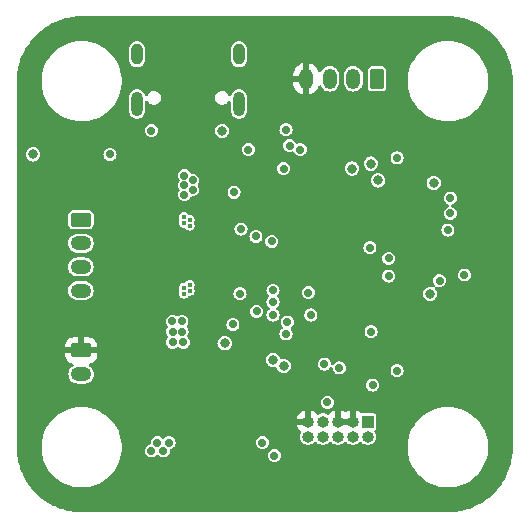
<source format=gbr>
%TF.GenerationSoftware,KiCad,Pcbnew,7.0.6*%
%TF.CreationDate,2024-06-11T21:52:17-04:00*%
%TF.ProjectId,Axis_Basic,41786973-5f42-4617-9369-632e6b696361,rev?*%
%TF.SameCoordinates,Original*%
%TF.FileFunction,Copper,L2,Inr*%
%TF.FilePolarity,Positive*%
%FSLAX46Y46*%
G04 Gerber Fmt 4.6, Leading zero omitted, Abs format (unit mm)*
G04 Created by KiCad (PCBNEW 7.0.6) date 2024-06-11 21:52:17*
%MOMM*%
%LPD*%
G01*
G04 APERTURE LIST*
G04 Aperture macros list*
%AMRoundRect*
0 Rectangle with rounded corners*
0 $1 Rounding radius*
0 $2 $3 $4 $5 $6 $7 $8 $9 X,Y pos of 4 corners*
0 Add a 4 corners polygon primitive as box body*
4,1,4,$2,$3,$4,$5,$6,$7,$8,$9,$2,$3,0*
0 Add four circle primitives for the rounded corners*
1,1,$1+$1,$2,$3*
1,1,$1+$1,$4,$5*
1,1,$1+$1,$6,$7*
1,1,$1+$1,$8,$9*
0 Add four rect primitives between the rounded corners*
20,1,$1+$1,$2,$3,$4,$5,0*
20,1,$1+$1,$4,$5,$6,$7,0*
20,1,$1+$1,$6,$7,$8,$9,0*
20,1,$1+$1,$8,$9,$2,$3,0*%
G04 Aperture macros list end*
%TA.AperFunction,ComponentPad*%
%ADD10R,1.000000X1.000000*%
%TD*%
%TA.AperFunction,ComponentPad*%
%ADD11O,1.000000X1.000000*%
%TD*%
%TA.AperFunction,ComponentPad*%
%ADD12RoundRect,0.250000X-0.625000X0.350000X-0.625000X-0.350000X0.625000X-0.350000X0.625000X0.350000X0*%
%TD*%
%TA.AperFunction,ComponentPad*%
%ADD13O,1.750000X1.200000*%
%TD*%
%TA.AperFunction,ComponentPad*%
%ADD14C,0.500000*%
%TD*%
%TA.AperFunction,ComponentPad*%
%ADD15RoundRect,0.250000X0.350000X0.625000X-0.350000X0.625000X-0.350000X-0.625000X0.350000X-0.625000X0*%
%TD*%
%TA.AperFunction,ComponentPad*%
%ADD16O,1.200000X1.750000*%
%TD*%
%TA.AperFunction,ComponentPad*%
%ADD17O,1.000000X2.100000*%
%TD*%
%TA.AperFunction,ComponentPad*%
%ADD18O,1.000000X1.800000*%
%TD*%
%TA.AperFunction,ViaPad*%
%ADD19C,0.700000*%
%TD*%
%TA.AperFunction,ViaPad*%
%ADD20C,0.800000*%
%TD*%
%TA.AperFunction,ViaPad*%
%ADD21C,0.450000*%
%TD*%
G04 APERTURE END LIST*
D10*
%TO.N,+3.3V*%
%TO.C,J5*%
X158740000Y-113330000D03*
D11*
%TO.N,SWDIO*%
X158740000Y-114600000D03*
%TO.N,GND*%
X157470000Y-113330000D03*
%TO.N,SWCLK*%
X157470000Y-114600000D03*
%TO.N,GND*%
X156200000Y-113330000D03*
%TO.N,unconnected-(J5-SWO{slash}TDO-Pad6)*%
X156200000Y-114600000D03*
%TO.N,unconnected-(J5-KEY-Pad7)*%
X154930000Y-113330000D03*
%TO.N,unconnected-(J5-NC{slash}TDI-Pad8)*%
X154930000Y-114600000D03*
%TO.N,GND*%
X153660000Y-113330000D03*
%TO.N,RESET*%
X153660000Y-114600000D03*
%TD*%
D12*
%TO.N,GND*%
%TO.C,J4*%
X134450000Y-107300000D03*
D13*
%TO.N,VCC*%
X134450000Y-109300000D03*
%TD*%
D14*
%TO.N,GND*%
%TO.C,U4*%
X144832353Y-100229412D03*
X145832353Y-100229412D03*
X146832353Y-100229412D03*
X144832353Y-99229412D03*
X145832353Y-99229412D03*
X146832353Y-99229412D03*
X144832353Y-98229412D03*
X145832353Y-98229412D03*
X146832353Y-98229412D03*
%TD*%
D15*
%TO.N,SCL2*%
%TO.C,J3*%
X159500000Y-84300000D03*
D16*
%TO.N,SDA2*%
X157500000Y-84300000D03*
%TO.N,unconnected-(J3-Pad3)*%
X155500000Y-84300000D03*
%TO.N,GND*%
X153500000Y-84300000D03*
%TD*%
D12*
%TO.N,MOTOR_A1*%
%TO.C,J2*%
X134432353Y-96229412D03*
D13*
%TO.N,MOTOR_B1*%
X134432353Y-98229412D03*
%TO.N,MOTOR_A2*%
X134432353Y-100229412D03*
%TO.N,MOTOR_B2*%
X134432353Y-102229412D03*
%TD*%
D17*
%TO.N,Net-(J1-SHIELD)*%
%TO.C,J1*%
X147820000Y-86425000D03*
D18*
X147820000Y-82225000D03*
D17*
X139180000Y-86425000D03*
D18*
X139180000Y-82225000D03*
%TD*%
D19*
%TO.N,GND*%
X145400000Y-93800000D03*
%TO.N,+3.3V*%
X150800000Y-116200000D03*
%TO.N,RESET*%
X149800000Y-115100000D03*
%TO.N,GND*%
X152000500Y-110500000D03*
%TO.N,AUX2*%
X151800000Y-88600000D03*
X164800000Y-101400000D03*
D20*
%TO.N,AUX1*%
X164000000Y-102500000D03*
X159600000Y-92900000D03*
D19*
%TO.N,+3.3V*%
X140900000Y-115100000D03*
X149300000Y-104000000D03*
X161200000Y-109000000D03*
D20*
X164300000Y-93100000D03*
D19*
X160500000Y-101000000D03*
D20*
X151600000Y-108600000D03*
D19*
X151900000Y-104900000D03*
X155300000Y-111700000D03*
X161200000Y-91000000D03*
D20*
X146600000Y-106700000D03*
D19*
X147400000Y-93900000D03*
X141900000Y-115100000D03*
D20*
X130400000Y-90700000D03*
D19*
X141400000Y-115800000D03*
X140400000Y-115800000D03*
X147982353Y-97029412D03*
%TO.N,GND*%
X148900000Y-105100000D03*
X137900000Y-102500000D03*
X160000000Y-105500000D03*
X150400000Y-83800000D03*
X141700000Y-90400000D03*
X143700000Y-116000000D03*
X137900000Y-106300000D03*
X152000000Y-102100000D03*
X139400000Y-107000000D03*
X138400000Y-107000000D03*
X137100000Y-102500000D03*
X138700000Y-102500000D03*
X158400000Y-108400000D03*
X139100000Y-90000000D03*
X144800000Y-116000000D03*
X137082353Y-95929412D03*
D20*
X160100000Y-87500000D03*
D19*
X137882353Y-95929412D03*
X139100000Y-90800000D03*
X148400000Y-92900000D03*
X136782353Y-94429412D03*
X136800000Y-104000000D03*
X136782353Y-95229412D03*
X138682353Y-95929412D03*
X138900000Y-106300000D03*
X136800000Y-103200000D03*
X136900000Y-106300000D03*
X159800000Y-101700000D03*
X137400000Y-107000000D03*
X146200000Y-119000000D03*
X144200000Y-115300000D03*
%TO.N,VCC*%
X142200000Y-106600000D03*
X142200000Y-105700000D03*
X143200000Y-94100000D03*
X143900000Y-92900000D03*
X143100000Y-106600000D03*
X143000000Y-105700000D03*
X143200000Y-93300000D03*
X142182353Y-104829412D03*
X143200000Y-92500000D03*
X142982353Y-104829412D03*
X143900000Y-93700000D03*
X147300000Y-105100000D03*
%TO.N,RESET*%
X150595925Y-98073707D03*
D20*
%TO.N,V_USB*%
X146400000Y-88700000D03*
D19*
X140400000Y-88700000D03*
%TO.N,NEOPIX*%
X136900000Y-90700000D03*
X152100000Y-89949500D03*
D21*
%TO.N,MOTOR_A1*%
X143132353Y-95979412D03*
X143632353Y-96229412D03*
X143632353Y-96729412D03*
X143132353Y-96479412D03*
%TO.N,MOTOR_B2*%
X143132353Y-102479412D03*
X143132353Y-101979412D03*
X143632353Y-102229412D03*
X143632353Y-101729412D03*
D19*
%TO.N,UART_RX*%
X153000000Y-90300000D03*
X149246657Y-97649500D03*
D20*
%TO.N,User_Input*%
X157400000Y-91899500D03*
X150700000Y-108100000D03*
D19*
%TO.N,SCL1*%
X158900000Y-98600000D03*
%TO.N,SDA1*%
X160500000Y-99500000D03*
D20*
%TO.N,EEPROM_CS*%
X158980252Y-91480252D03*
D19*
X166900000Y-100900000D03*
%TO.N,EN*%
X159000000Y-105700000D03*
X151800000Y-105900000D03*
%TO.N,DIAG*%
X148600000Y-90300000D03*
X150700500Y-102200000D03*
%TO.N,MISO*%
X165700000Y-95700000D03*
X159137932Y-110225597D03*
%TO.N,SCK*%
X155050000Y-108450000D03*
X165500000Y-97100000D03*
%TO.N,MOSI*%
X165700000Y-94400000D03*
X156300000Y-108775498D03*
%TO.N,Spread*%
X151600000Y-91900000D03*
X147900000Y-102490500D03*
%TO.N,MOT_M1*%
X150700500Y-103194625D03*
X153699500Y-102400000D03*
%TO.N,MOT_M0*%
X153900000Y-104300000D03*
X150700000Y-104300000D03*
%TD*%
%TA.AperFunction,Conductor*%
%TO.N,GND*%
G36*
X165717445Y-79009493D02*
G01*
X165958385Y-79020013D01*
X165963320Y-79020427D01*
X166193261Y-79049089D01*
X166421921Y-79079193D01*
X166426490Y-79079972D01*
X166655391Y-79127968D01*
X166793210Y-79158522D01*
X166878677Y-79177470D01*
X166882939Y-79178575D01*
X167107969Y-79245569D01*
X167325459Y-79314144D01*
X167329305Y-79315498D01*
X167548675Y-79401097D01*
X167758977Y-79488208D01*
X167762437Y-79489768D01*
X167974350Y-79593365D01*
X168176129Y-79698405D01*
X168179238Y-79700139D01*
X168285211Y-79763284D01*
X168382116Y-79821027D01*
X168573954Y-79943242D01*
X168576669Y-79945074D01*
X168769063Y-80082440D01*
X168949600Y-80220971D01*
X168951872Y-80222805D01*
X169132397Y-80375701D01*
X169132415Y-80375716D01*
X169301239Y-80530416D01*
X169469583Y-80698760D01*
X169624281Y-80867582D01*
X169777186Y-81048117D01*
X169779044Y-81050421D01*
X169917559Y-81230937D01*
X169947426Y-81272768D01*
X170054924Y-81423329D01*
X170056755Y-81426043D01*
X170102004Y-81497068D01*
X170156098Y-81581979D01*
X170178973Y-81617884D01*
X170299859Y-81820760D01*
X170301593Y-81823868D01*
X170406634Y-82025649D01*
X170407601Y-82027627D01*
X170510220Y-82237539D01*
X170511800Y-82241043D01*
X170598915Y-82451357D01*
X170684487Y-82670659D01*
X170685859Y-82674553D01*
X170754426Y-82892017D01*
X170821420Y-83117049D01*
X170822528Y-83121321D01*
X170872038Y-83344640D01*
X170920022Y-83573488D01*
X170920811Y-83578120D01*
X170950917Y-83806795D01*
X170979569Y-84036662D01*
X170979986Y-84041629D01*
X170990505Y-84282545D01*
X170999500Y-84500001D01*
X170999500Y-115499999D01*
X170990505Y-115717454D01*
X170979986Y-115958369D01*
X170979569Y-115963336D01*
X170950917Y-116193204D01*
X170920811Y-116421878D01*
X170920022Y-116426510D01*
X170872038Y-116655359D01*
X170822528Y-116878677D01*
X170821420Y-116882949D01*
X170754426Y-117107982D01*
X170685859Y-117325445D01*
X170684487Y-117329339D01*
X170598915Y-117548642D01*
X170511800Y-117758955D01*
X170510220Y-117762459D01*
X170406638Y-117974342D01*
X170301592Y-118176130D01*
X170299859Y-118179238D01*
X170178973Y-118382115D01*
X170056755Y-118573955D01*
X170054924Y-118576668D01*
X169917565Y-118769055D01*
X169779044Y-118949577D01*
X169777168Y-118951904D01*
X169624283Y-119132414D01*
X169469583Y-119301239D01*
X169301239Y-119469583D01*
X169132414Y-119624283D01*
X168951904Y-119777168D01*
X168949577Y-119779044D01*
X168769055Y-119917565D01*
X168576668Y-120054924D01*
X168573955Y-120056755D01*
X168382115Y-120178973D01*
X168179238Y-120299859D01*
X168176130Y-120301592D01*
X167974342Y-120406638D01*
X167762459Y-120510220D01*
X167758955Y-120511800D01*
X167548642Y-120598915D01*
X167329339Y-120684487D01*
X167325445Y-120685859D01*
X167107982Y-120754426D01*
X166882949Y-120821420D01*
X166878677Y-120822528D01*
X166655359Y-120872038D01*
X166426510Y-120920022D01*
X166421878Y-120920811D01*
X166193204Y-120950917D01*
X165963336Y-120979569D01*
X165958369Y-120979986D01*
X165717454Y-120990505D01*
X165499999Y-120999500D01*
X134500001Y-120999500D01*
X134282545Y-120990505D01*
X134041629Y-120979986D01*
X134036662Y-120979569D01*
X133806795Y-120950917D01*
X133578120Y-120920811D01*
X133573488Y-120920022D01*
X133344640Y-120872038D01*
X133121321Y-120822528D01*
X133117049Y-120821420D01*
X132892017Y-120754426D01*
X132674553Y-120685859D01*
X132670659Y-120684487D01*
X132451357Y-120598915D01*
X132241043Y-120511800D01*
X132237539Y-120510220D01*
X132105816Y-120445825D01*
X132025654Y-120406636D01*
X131823866Y-120301592D01*
X131820760Y-120299859D01*
X131657629Y-120202655D01*
X131617883Y-120178972D01*
X131560627Y-120142495D01*
X131426043Y-120056755D01*
X131423329Y-120054924D01*
X131293067Y-119961919D01*
X131230944Y-119917564D01*
X131154486Y-119858897D01*
X131050421Y-119779044D01*
X131048117Y-119777186D01*
X130867582Y-119624281D01*
X130698760Y-119469583D01*
X130530416Y-119301239D01*
X130375716Y-119132415D01*
X130375715Y-119132414D01*
X130222805Y-118951872D01*
X130220971Y-118949600D01*
X130082440Y-118769063D01*
X129955123Y-118590744D01*
X129945074Y-118576669D01*
X129943242Y-118573954D01*
X129821027Y-118382115D01*
X129719118Y-118211090D01*
X129700139Y-118179238D01*
X129698405Y-118176129D01*
X129593365Y-117974350D01*
X129489768Y-117762437D01*
X129488208Y-117758977D01*
X129401097Y-117548675D01*
X129315498Y-117329305D01*
X129314144Y-117325459D01*
X129245564Y-117107951D01*
X129178578Y-116882949D01*
X129177470Y-116878677D01*
X129127961Y-116655359D01*
X129122592Y-116629752D01*
X129079972Y-116426490D01*
X129079193Y-116421921D01*
X129049082Y-116193204D01*
X129020427Y-115963320D01*
X129020013Y-115958385D01*
X129009491Y-115717381D01*
X129008125Y-115684371D01*
X131099500Y-115684371D01*
X131139367Y-116050946D01*
X131218635Y-116411065D01*
X131241061Y-116477622D01*
X131336375Y-116760503D01*
X131336377Y-116760508D01*
X131336379Y-116760513D01*
X131491200Y-117095153D01*
X131491202Y-117095157D01*
X131491204Y-117095161D01*
X131491205Y-117095162D01*
X131681310Y-117411119D01*
X131869261Y-117658364D01*
X131904461Y-117704669D01*
X131955904Y-117758977D01*
X132158044Y-117972373D01*
X132439083Y-118211090D01*
X132744284Y-118418022D01*
X132744288Y-118418024D01*
X132744291Y-118418026D01*
X132913889Y-118507941D01*
X133070070Y-118590743D01*
X133412621Y-118727227D01*
X133412627Y-118727228D01*
X133412628Y-118727229D01*
X133412634Y-118727231D01*
X133688226Y-118803748D01*
X133767919Y-118825875D01*
X133767930Y-118825876D01*
X133767931Y-118825877D01*
X134131786Y-118885529D01*
X134131790Y-118885529D01*
X134131801Y-118885531D01*
X134407890Y-118900500D01*
X134407892Y-118900500D01*
X134592108Y-118900500D01*
X134592110Y-118900500D01*
X134868199Y-118885531D01*
X134868210Y-118885529D01*
X134868213Y-118885529D01*
X135120077Y-118844237D01*
X135232081Y-118825875D01*
X135587379Y-118727227D01*
X135929930Y-118590743D01*
X136255716Y-118418022D01*
X136560917Y-118211090D01*
X136841956Y-117972373D01*
X137095538Y-117704670D01*
X137318690Y-117411119D01*
X137508795Y-117095162D01*
X137663625Y-116760503D01*
X137781364Y-116411066D01*
X137860632Y-116050948D01*
X137887924Y-115800000D01*
X139844750Y-115800000D01*
X139863670Y-115943708D01*
X139863671Y-115943712D01*
X139919137Y-116077622D01*
X139919138Y-116077624D01*
X139919139Y-116077625D01*
X140007379Y-116192621D01*
X140122375Y-116280861D01*
X140256291Y-116336330D01*
X140383280Y-116353048D01*
X140399999Y-116355250D01*
X140400000Y-116355250D01*
X140400001Y-116355250D01*
X140414977Y-116353278D01*
X140543709Y-116336330D01*
X140677625Y-116280861D01*
X140792621Y-116192621D01*
X140801625Y-116180886D01*
X140858050Y-116139685D01*
X140927796Y-116135529D01*
X140988717Y-116169740D01*
X140998367Y-116180876D01*
X141007379Y-116192621D01*
X141122375Y-116280861D01*
X141256291Y-116336330D01*
X141383280Y-116353048D01*
X141399999Y-116355250D01*
X141400000Y-116355250D01*
X141400001Y-116355250D01*
X141414977Y-116353278D01*
X141543709Y-116336330D01*
X141677625Y-116280861D01*
X141783005Y-116200000D01*
X150244750Y-116200000D01*
X150262698Y-116336329D01*
X150263670Y-116343708D01*
X150263671Y-116343712D01*
X150319137Y-116477622D01*
X150319138Y-116477624D01*
X150319139Y-116477625D01*
X150407379Y-116592621D01*
X150522375Y-116680861D01*
X150656291Y-116736330D01*
X150783280Y-116753048D01*
X150799999Y-116755250D01*
X150800000Y-116755250D01*
X150800001Y-116755250D01*
X150814977Y-116753278D01*
X150943709Y-116736330D01*
X151077625Y-116680861D01*
X151192621Y-116592621D01*
X151280861Y-116477625D01*
X151336330Y-116343709D01*
X151355250Y-116200000D01*
X151336330Y-116056291D01*
X151280861Y-115922375D01*
X151192621Y-115807379D01*
X151077625Y-115719139D01*
X151077624Y-115719138D01*
X151077622Y-115719137D01*
X150993687Y-115684371D01*
X162099500Y-115684371D01*
X162139367Y-116050946D01*
X162218635Y-116411065D01*
X162241061Y-116477622D01*
X162336375Y-116760503D01*
X162336377Y-116760508D01*
X162336379Y-116760513D01*
X162491200Y-117095153D01*
X162491202Y-117095157D01*
X162491204Y-117095161D01*
X162491205Y-117095162D01*
X162681310Y-117411119D01*
X162869261Y-117658364D01*
X162904461Y-117704669D01*
X162955904Y-117758977D01*
X163158044Y-117972373D01*
X163439083Y-118211090D01*
X163744284Y-118418022D01*
X163744288Y-118418024D01*
X163744291Y-118418026D01*
X163913889Y-118507941D01*
X164070070Y-118590743D01*
X164412621Y-118727227D01*
X164412627Y-118727228D01*
X164412628Y-118727229D01*
X164412634Y-118727231D01*
X164688226Y-118803748D01*
X164767919Y-118825875D01*
X164767930Y-118825876D01*
X164767931Y-118825877D01*
X165131786Y-118885529D01*
X165131790Y-118885529D01*
X165131801Y-118885531D01*
X165407890Y-118900500D01*
X165407892Y-118900500D01*
X165592108Y-118900500D01*
X165592110Y-118900500D01*
X165868199Y-118885531D01*
X165868210Y-118885529D01*
X165868213Y-118885529D01*
X166120077Y-118844237D01*
X166232081Y-118825875D01*
X166587379Y-118727227D01*
X166929930Y-118590743D01*
X167255716Y-118418022D01*
X167560917Y-118211090D01*
X167841956Y-117972373D01*
X168095538Y-117704670D01*
X168318690Y-117411119D01*
X168508795Y-117095162D01*
X168663625Y-116760503D01*
X168781364Y-116411066D01*
X168860632Y-116050948D01*
X168900500Y-115684370D01*
X168900500Y-115315630D01*
X168860632Y-114949052D01*
X168781364Y-114588934D01*
X168663625Y-114239497D01*
X168624311Y-114154522D01*
X168508799Y-113904846D01*
X168508797Y-113904842D01*
X168498816Y-113888253D01*
X168318690Y-113588881D01*
X168095538Y-113295330D01*
X167841956Y-113027627D01*
X167815318Y-113005000D01*
X167560916Y-112788909D01*
X167342960Y-112641131D01*
X167255716Y-112581978D01*
X167255713Y-112581976D01*
X167255708Y-112581973D01*
X166929938Y-112409261D01*
X166929926Y-112409255D01*
X166587371Y-112272770D01*
X166587365Y-112272768D01*
X166232094Y-112174128D01*
X166232068Y-112174122D01*
X165868213Y-112114470D01*
X165868200Y-112114469D01*
X165868199Y-112114469D01*
X165592110Y-112099500D01*
X165407890Y-112099500D01*
X165131801Y-112114469D01*
X165131799Y-112114469D01*
X165131786Y-112114470D01*
X164767931Y-112174122D01*
X164767905Y-112174128D01*
X164412634Y-112272768D01*
X164412628Y-112272770D01*
X164070073Y-112409255D01*
X164070061Y-112409261D01*
X163744291Y-112581973D01*
X163744282Y-112581979D01*
X163439083Y-112788909D01*
X163158044Y-113027626D01*
X162904462Y-113295330D01*
X162904461Y-113295330D01*
X162757685Y-113488410D01*
X162681310Y-113588881D01*
X162681309Y-113588883D01*
X162491202Y-113904842D01*
X162491200Y-113904846D01*
X162336379Y-114239486D01*
X162218635Y-114588934D01*
X162139367Y-114949053D01*
X162099500Y-115315628D01*
X162099500Y-115684371D01*
X150993687Y-115684371D01*
X150943712Y-115663671D01*
X150943710Y-115663670D01*
X150943709Y-115663670D01*
X150849949Y-115651326D01*
X150800001Y-115644750D01*
X150799999Y-115644750D01*
X150656291Y-115663670D01*
X150656287Y-115663671D01*
X150522377Y-115719137D01*
X150407379Y-115807379D01*
X150319137Y-115922377D01*
X150263671Y-116056287D01*
X150263670Y-116056291D01*
X150245722Y-116192620D01*
X150244750Y-116200000D01*
X141783005Y-116200000D01*
X141792621Y-116192621D01*
X141880861Y-116077625D01*
X141936330Y-115943709D01*
X141955250Y-115800000D01*
X141951644Y-115772614D01*
X141962408Y-115703583D01*
X142008787Y-115651326D01*
X142042505Y-115636651D01*
X142043692Y-115636332D01*
X142043709Y-115636330D01*
X142177625Y-115580861D01*
X142292621Y-115492621D01*
X142380861Y-115377625D01*
X142436330Y-115243709D01*
X142455250Y-115100000D01*
X149244750Y-115100000D01*
X149263670Y-115243708D01*
X149263671Y-115243712D01*
X149319137Y-115377622D01*
X149319138Y-115377624D01*
X149319139Y-115377625D01*
X149407379Y-115492621D01*
X149522375Y-115580861D01*
X149656291Y-115636330D01*
X149783280Y-115653048D01*
X149799999Y-115655250D01*
X149800000Y-115655250D01*
X149800001Y-115655250D01*
X149814977Y-115653278D01*
X149943709Y-115636330D01*
X150077625Y-115580861D01*
X150192621Y-115492621D01*
X150280861Y-115377625D01*
X150336330Y-115243709D01*
X150355250Y-115100000D01*
X150336330Y-114956291D01*
X150280861Y-114822375D01*
X150192621Y-114707379D01*
X150077625Y-114619139D01*
X150077624Y-114619138D01*
X150077622Y-114619137D01*
X149943712Y-114563671D01*
X149943710Y-114563670D01*
X149943709Y-114563670D01*
X149871854Y-114554210D01*
X149800001Y-114544750D01*
X149799999Y-114544750D01*
X149656291Y-114563670D01*
X149656287Y-114563671D01*
X149522377Y-114619137D01*
X149407379Y-114707379D01*
X149319137Y-114822377D01*
X149263671Y-114956287D01*
X149263670Y-114956291D01*
X149244750Y-115099999D01*
X149244750Y-115100000D01*
X142455250Y-115100000D01*
X142436330Y-114956291D01*
X142380861Y-114822375D01*
X142292621Y-114707379D01*
X142177625Y-114619139D01*
X142177624Y-114619138D01*
X142177622Y-114619137D01*
X142043712Y-114563671D01*
X142043710Y-114563670D01*
X142043709Y-114563670D01*
X141971854Y-114554210D01*
X141900001Y-114544750D01*
X141899999Y-114544750D01*
X141756291Y-114563670D01*
X141756287Y-114563671D01*
X141622377Y-114619137D01*
X141507378Y-114707380D01*
X141498372Y-114719117D01*
X141441942Y-114760317D01*
X141372196Y-114764469D01*
X141311277Y-114730254D01*
X141301634Y-114719125D01*
X141292621Y-114707379D01*
X141177625Y-114619139D01*
X141177624Y-114619138D01*
X141177622Y-114619137D01*
X141043712Y-114563671D01*
X141043710Y-114563670D01*
X141043709Y-114563670D01*
X140971854Y-114554210D01*
X140900001Y-114544750D01*
X140899999Y-114544750D01*
X140756291Y-114563670D01*
X140756287Y-114563671D01*
X140622377Y-114619137D01*
X140507379Y-114707379D01*
X140419137Y-114822377D01*
X140363671Y-114956287D01*
X140363670Y-114956291D01*
X140344750Y-115099999D01*
X140344750Y-115100000D01*
X140348355Y-115127382D01*
X140337590Y-115196417D01*
X140291210Y-115248673D01*
X140257521Y-115263340D01*
X140256292Y-115263669D01*
X140122377Y-115319137D01*
X140007379Y-115407379D01*
X139919137Y-115522377D01*
X139863671Y-115656287D01*
X139863670Y-115656291D01*
X139844750Y-115799999D01*
X139844750Y-115800000D01*
X137887924Y-115800000D01*
X137900500Y-115684370D01*
X137900500Y-115315630D01*
X137860632Y-114949052D01*
X137781364Y-114588934D01*
X137663625Y-114239497D01*
X137624311Y-114154522D01*
X137508799Y-113904846D01*
X137508797Y-113904842D01*
X137498816Y-113888253D01*
X137318690Y-113588881D01*
X137311939Y-113580000D01*
X152690840Y-113580000D01*
X152731652Y-113714541D01*
X152824503Y-113888253D01*
X152824507Y-113888260D01*
X152949471Y-114040528D01*
X153018009Y-114096776D01*
X153057343Y-114154522D01*
X153059214Y-114224367D01*
X153041397Y-114263065D01*
X153035183Y-114272067D01*
X153035182Y-114272068D01*
X152974860Y-114431125D01*
X152974859Y-114431130D01*
X152954355Y-114599999D01*
X152974859Y-114768869D01*
X152974860Y-114768874D01*
X153035182Y-114927931D01*
X153054758Y-114956291D01*
X153131817Y-115067929D01*
X153198926Y-115127382D01*
X153259150Y-115180736D01*
X153409773Y-115259789D01*
X153409775Y-115259790D01*
X153574944Y-115300500D01*
X153745056Y-115300500D01*
X153910225Y-115259790D01*
X154030971Y-115196417D01*
X154060849Y-115180736D01*
X154060850Y-115180734D01*
X154060852Y-115180734D01*
X154188183Y-115067929D01*
X154192950Y-115061021D01*
X154247230Y-115017033D01*
X154316678Y-115009372D01*
X154379244Y-115040473D01*
X154397046Y-115061017D01*
X154401817Y-115067929D01*
X154438017Y-115099999D01*
X154529150Y-115180736D01*
X154679773Y-115259789D01*
X154679775Y-115259790D01*
X154844944Y-115300500D01*
X155015056Y-115300500D01*
X155180225Y-115259790D01*
X155300971Y-115196417D01*
X155330849Y-115180736D01*
X155330850Y-115180734D01*
X155330852Y-115180734D01*
X155458183Y-115067929D01*
X155462950Y-115061021D01*
X155517230Y-115017033D01*
X155586678Y-115009372D01*
X155649244Y-115040473D01*
X155667046Y-115061017D01*
X155671817Y-115067929D01*
X155708017Y-115099999D01*
X155799150Y-115180736D01*
X155949773Y-115259789D01*
X155949775Y-115259790D01*
X156114944Y-115300500D01*
X156285056Y-115300500D01*
X156450225Y-115259790D01*
X156570971Y-115196417D01*
X156600849Y-115180736D01*
X156600850Y-115180734D01*
X156600852Y-115180734D01*
X156728183Y-115067929D01*
X156732950Y-115061021D01*
X156787230Y-115017033D01*
X156856678Y-115009372D01*
X156919244Y-115040473D01*
X156937046Y-115061017D01*
X156941817Y-115067929D01*
X156978017Y-115099999D01*
X157069150Y-115180736D01*
X157219773Y-115259789D01*
X157219775Y-115259790D01*
X157384944Y-115300500D01*
X157555056Y-115300500D01*
X157720225Y-115259790D01*
X157840971Y-115196417D01*
X157870849Y-115180736D01*
X157870850Y-115180734D01*
X157870852Y-115180734D01*
X157998183Y-115067929D01*
X158002950Y-115061021D01*
X158057230Y-115017033D01*
X158126678Y-115009372D01*
X158189244Y-115040473D01*
X158207046Y-115061017D01*
X158211817Y-115067929D01*
X158248017Y-115099999D01*
X158339150Y-115180736D01*
X158489773Y-115259789D01*
X158489775Y-115259790D01*
X158654944Y-115300500D01*
X158825056Y-115300500D01*
X158990225Y-115259790D01*
X159110971Y-115196417D01*
X159140849Y-115180736D01*
X159140850Y-115180734D01*
X159140852Y-115180734D01*
X159268183Y-115067929D01*
X159364818Y-114927930D01*
X159425140Y-114768872D01*
X159445645Y-114600000D01*
X159425140Y-114431128D01*
X159364818Y-114272070D01*
X159364817Y-114272068D01*
X159364816Y-114272066D01*
X159302017Y-114181088D01*
X159280133Y-114114733D01*
X159297598Y-114047082D01*
X159335175Y-114007545D01*
X159384552Y-113974552D01*
X159384552Y-113974551D01*
X159428867Y-113908231D01*
X159428867Y-113908229D01*
X159428868Y-113908229D01*
X159440499Y-113849752D01*
X159440500Y-113849750D01*
X159440500Y-112810249D01*
X159440499Y-112810247D01*
X159428868Y-112751770D01*
X159428867Y-112751769D01*
X159384552Y-112685447D01*
X159318230Y-112641132D01*
X159318229Y-112641131D01*
X159259752Y-112629500D01*
X159259748Y-112629500D01*
X158237115Y-112629500D01*
X158170076Y-112609815D01*
X158158450Y-112601353D01*
X158028260Y-112494507D01*
X158028253Y-112494503D01*
X157854541Y-112401652D01*
X157720000Y-112360839D01*
X157720000Y-113122327D01*
X157682129Y-113077195D01*
X157582871Y-113019888D01*
X157498436Y-113005000D01*
X157441564Y-113005000D01*
X157357129Y-113019888D01*
X157257871Y-113077195D01*
X157184199Y-113164993D01*
X157145000Y-113272694D01*
X157145000Y-113387306D01*
X157184199Y-113495007D01*
X157255517Y-113580000D01*
X156414483Y-113580000D01*
X156485801Y-113495007D01*
X156525000Y-113387306D01*
X156525000Y-113272694D01*
X156485801Y-113164993D01*
X156414483Y-113080000D01*
X156450000Y-113080000D01*
X157220000Y-113080000D01*
X157220000Y-112360839D01*
X157219999Y-112360839D01*
X157085458Y-112401652D01*
X156911746Y-112494503D01*
X156906678Y-112497890D01*
X156905641Y-112496338D01*
X156849339Y-112520242D01*
X156780473Y-112508442D01*
X156763541Y-112497560D01*
X156763322Y-112497890D01*
X156758253Y-112494503D01*
X156584541Y-112401652D01*
X156450000Y-112360839D01*
X156450000Y-113080000D01*
X156414483Y-113080000D01*
X156412129Y-113077195D01*
X156312871Y-113019888D01*
X156228436Y-113005000D01*
X156171564Y-113005000D01*
X156087129Y-113019888D01*
X155987871Y-113077195D01*
X155950000Y-113122327D01*
X155950000Y-112360839D01*
X155949999Y-112360839D01*
X155815458Y-112401652D01*
X155641746Y-112494503D01*
X155641739Y-112494507D01*
X155489471Y-112619471D01*
X155431330Y-112690317D01*
X155373584Y-112729651D01*
X155303739Y-112731522D01*
X155277851Y-112721448D01*
X155180226Y-112670210D01*
X155015056Y-112629500D01*
X154844944Y-112629500D01*
X154679773Y-112670210D01*
X154582149Y-112721448D01*
X154513641Y-112735174D01*
X154448587Y-112709682D01*
X154428670Y-112690317D01*
X154370528Y-112619471D01*
X154218260Y-112494507D01*
X154218253Y-112494503D01*
X154044541Y-112401652D01*
X153910000Y-112360839D01*
X153910000Y-113122327D01*
X153872129Y-113077195D01*
X153772871Y-113019888D01*
X153688436Y-113005000D01*
X153631564Y-113005000D01*
X153547129Y-113019888D01*
X153447871Y-113077195D01*
X153374199Y-113164993D01*
X153335000Y-113272694D01*
X153335000Y-113387306D01*
X153374199Y-113495007D01*
X153445517Y-113580000D01*
X152690840Y-113580000D01*
X137311939Y-113580000D01*
X137095538Y-113295330D01*
X136891565Y-113079999D01*
X152690839Y-113079999D01*
X152690840Y-113080000D01*
X153410000Y-113080000D01*
X153410000Y-112360839D01*
X153409999Y-112360839D01*
X153275458Y-112401652D01*
X153101746Y-112494503D01*
X153101739Y-112494507D01*
X152949471Y-112619471D01*
X152824507Y-112771739D01*
X152824503Y-112771746D01*
X152731652Y-112945458D01*
X152690839Y-113079999D01*
X136891565Y-113079999D01*
X136841956Y-113027627D01*
X136815318Y-113005000D01*
X136560916Y-112788909D01*
X136342960Y-112641131D01*
X136255716Y-112581978D01*
X136255713Y-112581976D01*
X136255708Y-112581973D01*
X135929938Y-112409261D01*
X135929926Y-112409255D01*
X135587371Y-112272770D01*
X135587365Y-112272768D01*
X135232094Y-112174128D01*
X135232068Y-112174122D01*
X134868213Y-112114470D01*
X134868200Y-112114469D01*
X134868199Y-112114469D01*
X134592110Y-112099500D01*
X134407890Y-112099500D01*
X134131801Y-112114469D01*
X134131799Y-112114469D01*
X134131786Y-112114470D01*
X133767931Y-112174122D01*
X133767905Y-112174128D01*
X133412634Y-112272768D01*
X133412628Y-112272770D01*
X133070073Y-112409255D01*
X133070061Y-112409261D01*
X132744291Y-112581973D01*
X132744282Y-112581979D01*
X132439083Y-112788909D01*
X132158044Y-113027626D01*
X131904462Y-113295330D01*
X131904461Y-113295330D01*
X131757685Y-113488410D01*
X131681310Y-113588881D01*
X131681309Y-113588883D01*
X131491202Y-113904842D01*
X131491200Y-113904846D01*
X131336379Y-114239486D01*
X131218635Y-114588934D01*
X131139367Y-114949053D01*
X131099500Y-115315628D01*
X131099500Y-115684371D01*
X129008125Y-115684371D01*
X129008125Y-115684364D01*
X129000500Y-115500000D01*
X129000500Y-115499500D01*
X129000500Y-111700000D01*
X154744750Y-111700000D01*
X154763670Y-111843708D01*
X154763671Y-111843712D01*
X154819137Y-111977622D01*
X154819138Y-111977624D01*
X154819139Y-111977625D01*
X154907379Y-112092621D01*
X155022375Y-112180861D01*
X155156291Y-112236330D01*
X155283280Y-112253048D01*
X155299999Y-112255250D01*
X155300000Y-112255250D01*
X155300001Y-112255250D01*
X155314977Y-112253278D01*
X155443709Y-112236330D01*
X155577625Y-112180861D01*
X155692621Y-112092621D01*
X155780861Y-111977625D01*
X155836330Y-111843709D01*
X155855250Y-111700000D01*
X155836330Y-111556291D01*
X155780861Y-111422375D01*
X155692621Y-111307379D01*
X155577625Y-111219139D01*
X155577624Y-111219138D01*
X155577622Y-111219137D01*
X155443712Y-111163671D01*
X155443710Y-111163670D01*
X155443709Y-111163670D01*
X155371854Y-111154210D01*
X155300001Y-111144750D01*
X155299999Y-111144750D01*
X155156291Y-111163670D01*
X155156287Y-111163671D01*
X155022377Y-111219137D01*
X154907379Y-111307379D01*
X154819137Y-111422377D01*
X154763671Y-111556287D01*
X154763670Y-111556291D01*
X154744750Y-111699999D01*
X154744750Y-111700000D01*
X129000500Y-111700000D01*
X129000500Y-110225597D01*
X158582682Y-110225597D01*
X158601602Y-110369305D01*
X158601603Y-110369309D01*
X158657069Y-110503219D01*
X158657070Y-110503221D01*
X158657071Y-110503222D01*
X158745311Y-110618218D01*
X158860307Y-110706458D01*
X158994223Y-110761927D01*
X159121212Y-110778645D01*
X159137931Y-110780847D01*
X159137932Y-110780847D01*
X159137933Y-110780847D01*
X159152909Y-110778875D01*
X159281641Y-110761927D01*
X159415557Y-110706458D01*
X159530553Y-110618218D01*
X159618793Y-110503222D01*
X159674262Y-110369306D01*
X159693182Y-110225597D01*
X159674262Y-110081888D01*
X159618793Y-109947972D01*
X159530553Y-109832976D01*
X159415557Y-109744736D01*
X159415556Y-109744735D01*
X159415554Y-109744734D01*
X159281644Y-109689268D01*
X159281642Y-109689267D01*
X159281641Y-109689267D01*
X159209786Y-109679807D01*
X159137933Y-109670347D01*
X159137931Y-109670347D01*
X158994223Y-109689267D01*
X158994219Y-109689268D01*
X158860309Y-109744734D01*
X158745311Y-109832976D01*
X158657069Y-109947974D01*
X158601603Y-110081884D01*
X158601602Y-110081888D01*
X158582682Y-110225596D01*
X158582682Y-110225597D01*
X129000500Y-110225597D01*
X129000500Y-107050000D01*
X133075000Y-107050000D01*
X134170440Y-107050000D01*
X134131722Y-107092059D01*
X134081449Y-107206670D01*
X134071114Y-107331395D01*
X134101837Y-107452719D01*
X134165394Y-107550000D01*
X133075001Y-107550000D01*
X133075001Y-107699986D01*
X133085494Y-107802697D01*
X133140641Y-107969119D01*
X133140643Y-107969124D01*
X133232684Y-108118345D01*
X133356654Y-108242315D01*
X133505875Y-108334356D01*
X133505880Y-108334358D01*
X133672302Y-108389505D01*
X133672310Y-108389506D01*
X133698400Y-108392172D01*
X133763092Y-108418568D01*
X133803243Y-108475748D01*
X133806107Y-108545559D01*
X133770773Y-108605836D01*
X133751771Y-108620523D01*
X133672740Y-108670182D01*
X133672737Y-108670184D01*
X133545184Y-108797737D01*
X133449211Y-108950476D01*
X133389631Y-109120745D01*
X133389630Y-109120750D01*
X133369435Y-109299996D01*
X133369435Y-109300003D01*
X133389630Y-109479249D01*
X133389631Y-109479254D01*
X133449211Y-109649523D01*
X133509038Y-109744736D01*
X133545184Y-109802262D01*
X133672738Y-109929816D01*
X133825478Y-110025789D01*
X133985788Y-110081884D01*
X133995745Y-110085368D01*
X133995750Y-110085369D01*
X134086246Y-110095565D01*
X134130040Y-110100499D01*
X134130043Y-110100500D01*
X134130046Y-110100500D01*
X134769957Y-110100500D01*
X134769958Y-110100499D01*
X134837104Y-110092934D01*
X134904249Y-110085369D01*
X134904252Y-110085368D01*
X134904255Y-110085368D01*
X135074522Y-110025789D01*
X135227262Y-109929816D01*
X135354816Y-109802262D01*
X135450789Y-109649522D01*
X135510368Y-109479255D01*
X135510369Y-109479249D01*
X135530565Y-109300003D01*
X135530565Y-109299996D01*
X135510369Y-109120750D01*
X135510368Y-109120745D01*
X135478013Y-109028281D01*
X135450789Y-108950478D01*
X135438463Y-108930862D01*
X135383017Y-108842620D01*
X135354816Y-108797738D01*
X135227262Y-108670184D01*
X135227262Y-108670183D01*
X135227260Y-108670182D01*
X135148227Y-108620522D01*
X135101936Y-108568187D01*
X135091289Y-108499134D01*
X135119664Y-108435286D01*
X135178054Y-108396914D01*
X135201602Y-108392171D01*
X135227696Y-108389506D01*
X135394119Y-108334358D01*
X135394124Y-108334356D01*
X135543345Y-108242315D01*
X135667315Y-108118345D01*
X135678630Y-108100001D01*
X150094318Y-108100001D01*
X150114955Y-108256760D01*
X150114956Y-108256762D01*
X150167194Y-108382877D01*
X150175464Y-108402841D01*
X150271718Y-108528282D01*
X150397159Y-108624536D01*
X150543238Y-108685044D01*
X150603739Y-108693009D01*
X150699999Y-108705682D01*
X150700000Y-108705682D01*
X150700001Y-108705682D01*
X150728015Y-108701993D01*
X150856762Y-108685044D01*
X150856764Y-108685043D01*
X150856765Y-108685043D01*
X150864616Y-108682940D01*
X150865336Y-108685627D01*
X150921301Y-108679593D01*
X150983790Y-108710847D01*
X151013885Y-108754177D01*
X151056182Y-108856291D01*
X151075464Y-108902841D01*
X151171718Y-109028282D01*
X151297159Y-109124536D01*
X151443238Y-109185044D01*
X151521619Y-109195362D01*
X151599999Y-109205682D01*
X151600000Y-109205682D01*
X151600001Y-109205682D01*
X151652253Y-109198802D01*
X151756762Y-109185044D01*
X151902841Y-109124536D01*
X152028282Y-109028282D01*
X152124536Y-108902841D01*
X152185044Y-108756762D01*
X152205682Y-108600000D01*
X152185934Y-108450000D01*
X154494750Y-108450000D01*
X154503852Y-108519139D01*
X154513670Y-108593708D01*
X154513671Y-108593712D01*
X154569137Y-108727622D01*
X154569138Y-108727624D01*
X154569139Y-108727625D01*
X154657379Y-108842621D01*
X154772375Y-108930861D01*
X154906291Y-108986330D01*
X155033280Y-109003048D01*
X155049999Y-109005250D01*
X155050000Y-109005250D01*
X155050001Y-109005250D01*
X155064977Y-109003278D01*
X155193709Y-108986330D01*
X155327625Y-108930861D01*
X155442621Y-108842621D01*
X155525807Y-108734211D01*
X155582234Y-108693009D01*
X155651980Y-108688854D01*
X155712900Y-108723066D01*
X155745653Y-108784784D01*
X155747121Y-108793512D01*
X155763670Y-108919205D01*
X155763671Y-108919210D01*
X155819137Y-109053120D01*
X155819138Y-109053122D01*
X155819139Y-109053123D01*
X155907379Y-109168119D01*
X156022375Y-109256359D01*
X156156291Y-109311828D01*
X156283280Y-109328546D01*
X156299999Y-109330748D01*
X156300000Y-109330748D01*
X156300001Y-109330748D01*
X156314977Y-109328776D01*
X156443709Y-109311828D01*
X156577625Y-109256359D01*
X156692621Y-109168119D01*
X156780861Y-109053123D01*
X156802865Y-109000000D01*
X160644750Y-109000000D01*
X160663670Y-109143708D01*
X160663671Y-109143712D01*
X160719137Y-109277622D01*
X160719138Y-109277624D01*
X160719139Y-109277625D01*
X160807379Y-109392621D01*
X160922375Y-109480861D01*
X161056291Y-109536330D01*
X161183280Y-109553048D01*
X161199999Y-109555250D01*
X161200000Y-109555250D01*
X161200001Y-109555250D01*
X161214977Y-109553278D01*
X161343709Y-109536330D01*
X161477625Y-109480861D01*
X161592621Y-109392621D01*
X161680861Y-109277625D01*
X161736330Y-109143709D01*
X161755250Y-109000000D01*
X161736330Y-108856291D01*
X161680861Y-108722375D01*
X161592621Y-108607379D01*
X161477625Y-108519139D01*
X161477624Y-108519138D01*
X161477622Y-108519137D01*
X161343712Y-108463671D01*
X161343710Y-108463670D01*
X161343709Y-108463670D01*
X161239877Y-108450000D01*
X161200001Y-108444750D01*
X161199999Y-108444750D01*
X161056291Y-108463670D01*
X161056287Y-108463671D01*
X160922377Y-108519137D01*
X160807379Y-108607379D01*
X160719137Y-108722377D01*
X160663671Y-108856287D01*
X160663670Y-108856291D01*
X160644750Y-108999999D01*
X160644750Y-109000000D01*
X156802865Y-109000000D01*
X156836330Y-108919207D01*
X156855250Y-108775498D01*
X156836330Y-108631789D01*
X156780861Y-108497873D01*
X156692621Y-108382877D01*
X156577625Y-108294637D01*
X156577624Y-108294636D01*
X156577622Y-108294635D01*
X156443712Y-108239169D01*
X156443710Y-108239168D01*
X156443709Y-108239168D01*
X156371854Y-108229708D01*
X156300001Y-108220248D01*
X156299999Y-108220248D01*
X156156291Y-108239168D01*
X156156287Y-108239169D01*
X156022377Y-108294635D01*
X155907376Y-108382879D01*
X155824192Y-108491286D01*
X155767764Y-108532489D01*
X155698018Y-108536643D01*
X155637098Y-108502430D01*
X155604345Y-108440712D01*
X155602878Y-108431985D01*
X155598261Y-108396914D01*
X155586330Y-108306291D01*
X155530861Y-108172375D01*
X155442621Y-108057379D01*
X155327625Y-107969139D01*
X155327624Y-107969138D01*
X155327622Y-107969137D01*
X155193712Y-107913671D01*
X155193710Y-107913670D01*
X155193709Y-107913670D01*
X155121854Y-107904210D01*
X155050001Y-107894750D01*
X155049999Y-107894750D01*
X154906291Y-107913670D01*
X154906287Y-107913671D01*
X154772377Y-107969137D01*
X154657379Y-108057379D01*
X154569137Y-108172377D01*
X154513671Y-108306287D01*
X154513670Y-108306291D01*
X154494750Y-108450000D01*
X152185934Y-108450000D01*
X152185044Y-108443238D01*
X152124536Y-108297159D01*
X152028282Y-108171718D01*
X151902841Y-108075464D01*
X151761841Y-108017060D01*
X151756762Y-108014956D01*
X151756760Y-108014955D01*
X151600001Y-107994318D01*
X151599999Y-107994318D01*
X151443239Y-108014955D01*
X151435387Y-108017060D01*
X151434669Y-108014382D01*
X151378626Y-108020393D01*
X151316155Y-107989101D01*
X151286114Y-107945822D01*
X151285044Y-107943238D01*
X151224536Y-107797159D01*
X151128282Y-107671718D01*
X151002841Y-107575464D01*
X150856762Y-107514956D01*
X150856760Y-107514955D01*
X150700001Y-107494318D01*
X150699999Y-107494318D01*
X150543239Y-107514955D01*
X150543237Y-107514956D01*
X150397160Y-107575463D01*
X150271718Y-107671718D01*
X150175463Y-107797160D01*
X150114956Y-107943237D01*
X150114955Y-107943239D01*
X150094318Y-108099998D01*
X150094318Y-108100001D01*
X135678630Y-108100001D01*
X135759356Y-107969124D01*
X135759358Y-107969119D01*
X135814505Y-107802697D01*
X135814506Y-107802690D01*
X135824999Y-107699986D01*
X135825000Y-107699973D01*
X135825000Y-107550000D01*
X134729560Y-107550000D01*
X134768278Y-107507941D01*
X134818551Y-107393330D01*
X134828886Y-107268605D01*
X134798163Y-107147281D01*
X134734606Y-107050000D01*
X135824999Y-107050000D01*
X135824999Y-106900028D01*
X135824998Y-106900013D01*
X135814505Y-106797302D01*
X135759358Y-106630880D01*
X135759356Y-106630875D01*
X135667315Y-106481654D01*
X135543345Y-106357684D01*
X135394124Y-106265643D01*
X135394119Y-106265641D01*
X135227697Y-106210494D01*
X135227690Y-106210493D01*
X135124986Y-106200000D01*
X134700000Y-106200000D01*
X134700000Y-107019382D01*
X134630948Y-106965637D01*
X134512576Y-106925000D01*
X134418927Y-106925000D01*
X134326554Y-106940414D01*
X134216486Y-106999981D01*
X134200000Y-107017889D01*
X134200000Y-106200000D01*
X133775028Y-106200000D01*
X133775012Y-106200001D01*
X133672302Y-106210494D01*
X133505880Y-106265641D01*
X133505875Y-106265643D01*
X133356654Y-106357684D01*
X133232684Y-106481654D01*
X133140643Y-106630875D01*
X133140641Y-106630880D01*
X133085494Y-106797302D01*
X133085493Y-106797309D01*
X133075000Y-106900013D01*
X133075000Y-107050000D01*
X129000500Y-107050000D01*
X129000500Y-104829412D01*
X141627103Y-104829412D01*
X141646023Y-104973120D01*
X141646024Y-104973124D01*
X141701491Y-105107035D01*
X141701492Y-105107038D01*
X141773376Y-105200717D01*
X141798571Y-105265886D01*
X141784533Y-105334331D01*
X141773377Y-105351690D01*
X141719139Y-105422374D01*
X141719138Y-105422376D01*
X141663671Y-105556287D01*
X141663670Y-105556291D01*
X141650642Y-105655250D01*
X141644750Y-105700000D01*
X141652160Y-105756287D01*
X141663670Y-105843708D01*
X141663671Y-105843712D01*
X141719137Y-105977622D01*
X141719138Y-105977624D01*
X141719139Y-105977625D01*
X141793485Y-106074515D01*
X141818679Y-106139682D01*
X141804641Y-106208127D01*
X141793489Y-106225480D01*
X141758010Y-106271718D01*
X141719137Y-106322377D01*
X141663671Y-106456287D01*
X141663670Y-106456291D01*
X141644750Y-106600000D01*
X141657915Y-106700000D01*
X141663670Y-106743708D01*
X141663671Y-106743712D01*
X141719137Y-106877622D01*
X141719138Y-106877624D01*
X141719139Y-106877625D01*
X141807379Y-106992621D01*
X141922375Y-107080861D01*
X142056291Y-107136330D01*
X142183280Y-107153048D01*
X142199999Y-107155250D01*
X142200000Y-107155250D01*
X142200001Y-107155250D01*
X142214977Y-107153278D01*
X142343709Y-107136330D01*
X142477625Y-107080861D01*
X142574515Y-107006514D01*
X142639682Y-106981321D01*
X142708127Y-106995359D01*
X142725480Y-107006510D01*
X142822375Y-107080861D01*
X142956291Y-107136330D01*
X143083280Y-107153048D01*
X143099999Y-107155250D01*
X143100000Y-107155250D01*
X143100001Y-107155250D01*
X143114977Y-107153278D01*
X143243709Y-107136330D01*
X143377625Y-107080861D01*
X143492621Y-106992621D01*
X143580861Y-106877625D01*
X143636330Y-106743709D01*
X143642084Y-106700001D01*
X145994318Y-106700001D01*
X146014955Y-106856760D01*
X146014956Y-106856762D01*
X146060053Y-106965637D01*
X146075464Y-107002841D01*
X146171718Y-107128282D01*
X146297159Y-107224536D01*
X146443238Y-107285044D01*
X146521619Y-107295363D01*
X146599999Y-107305682D01*
X146600000Y-107305682D01*
X146600001Y-107305682D01*
X146652253Y-107298802D01*
X146756762Y-107285044D01*
X146902841Y-107224536D01*
X147028282Y-107128282D01*
X147124536Y-107002841D01*
X147185044Y-106856762D01*
X147205682Y-106700000D01*
X147185044Y-106543238D01*
X147124536Y-106397159D01*
X147028282Y-106271718D01*
X146902841Y-106175464D01*
X146756762Y-106114956D01*
X146756760Y-106114955D01*
X146600001Y-106094318D01*
X146599999Y-106094318D01*
X146443239Y-106114955D01*
X146443237Y-106114956D01*
X146297160Y-106175463D01*
X146171718Y-106271718D01*
X146075463Y-106397160D01*
X146014956Y-106543237D01*
X146014955Y-106543239D01*
X145994318Y-106699998D01*
X145994318Y-106700001D01*
X143642084Y-106700001D01*
X143655250Y-106600000D01*
X143636330Y-106456291D01*
X143580861Y-106322375D01*
X143492621Y-106207379D01*
X143472631Y-106192040D01*
X143431429Y-106135612D01*
X143427274Y-106065866D01*
X143449741Y-106018181D01*
X143480861Y-105977625D01*
X143513014Y-105900000D01*
X151244750Y-105900000D01*
X151263670Y-106043708D01*
X151263671Y-106043712D01*
X151319137Y-106177622D01*
X151319138Y-106177624D01*
X151319139Y-106177625D01*
X151407379Y-106292621D01*
X151522375Y-106380861D01*
X151656291Y-106436330D01*
X151783280Y-106453048D01*
X151799999Y-106455250D01*
X151800000Y-106455250D01*
X151800001Y-106455250D01*
X151814977Y-106453278D01*
X151943709Y-106436330D01*
X152077625Y-106380861D01*
X152192621Y-106292621D01*
X152280861Y-106177625D01*
X152336330Y-106043709D01*
X152355250Y-105900000D01*
X152336330Y-105756291D01*
X152313014Y-105700000D01*
X158444750Y-105700000D01*
X158452160Y-105756287D01*
X158463670Y-105843708D01*
X158463671Y-105843712D01*
X158519137Y-105977622D01*
X158519138Y-105977624D01*
X158519139Y-105977625D01*
X158607379Y-106092621D01*
X158722375Y-106180861D01*
X158722376Y-106180861D01*
X158722377Y-106180862D01*
X158749364Y-106192040D01*
X158856291Y-106236330D01*
X158983280Y-106253048D01*
X158999999Y-106255250D01*
X159000000Y-106255250D01*
X159000001Y-106255250D01*
X159014977Y-106253278D01*
X159143709Y-106236330D01*
X159277625Y-106180861D01*
X159392621Y-106092621D01*
X159480861Y-105977625D01*
X159536330Y-105843709D01*
X159555250Y-105700000D01*
X159536330Y-105556291D01*
X159480861Y-105422375D01*
X159392621Y-105307379D01*
X159277625Y-105219139D01*
X159277624Y-105219138D01*
X159277622Y-105219137D01*
X159143712Y-105163671D01*
X159143710Y-105163670D01*
X159143709Y-105163670D01*
X159071854Y-105154210D01*
X159000001Y-105144750D01*
X158999999Y-105144750D01*
X158856291Y-105163670D01*
X158856287Y-105163671D01*
X158722377Y-105219137D01*
X158607379Y-105307379D01*
X158519137Y-105422377D01*
X158463671Y-105556287D01*
X158463670Y-105556291D01*
X158450642Y-105655250D01*
X158444750Y-105700000D01*
X152313014Y-105700000D01*
X152280861Y-105622375D01*
X152230150Y-105556287D01*
X152201446Y-105518879D01*
X152176252Y-105453710D01*
X152190290Y-105385265D01*
X152224333Y-105345020D01*
X152292621Y-105292621D01*
X152380861Y-105177625D01*
X152436330Y-105043709D01*
X152455250Y-104900000D01*
X152436330Y-104756291D01*
X152380861Y-104622375D01*
X152292621Y-104507379D01*
X152177625Y-104419139D01*
X152177624Y-104419138D01*
X152177622Y-104419137D01*
X152043712Y-104363671D01*
X152043710Y-104363670D01*
X152043709Y-104363670D01*
X151971854Y-104354210D01*
X151900001Y-104344750D01*
X151899999Y-104344750D01*
X151756291Y-104363670D01*
X151756287Y-104363671D01*
X151622377Y-104419137D01*
X151590356Y-104443708D01*
X151507379Y-104507379D01*
X151507378Y-104507380D01*
X151507377Y-104507381D01*
X151434447Y-104602424D01*
X151381608Y-104641006D01*
X151385398Y-104648147D01*
X151379585Y-104717775D01*
X151378489Y-104720512D01*
X151363671Y-104756287D01*
X151363670Y-104756291D01*
X151350642Y-104855250D01*
X151344750Y-104900000D01*
X151352160Y-104956287D01*
X151363670Y-105043708D01*
X151363671Y-105043712D01*
X151419138Y-105177623D01*
X151419139Y-105177625D01*
X151498553Y-105281120D01*
X151523747Y-105346289D01*
X151509708Y-105414734D01*
X151475664Y-105454981D01*
X151407381Y-105507376D01*
X151319137Y-105622377D01*
X151263671Y-105756287D01*
X151263670Y-105756291D01*
X151244750Y-105899999D01*
X151244750Y-105900000D01*
X143513014Y-105900000D01*
X143536330Y-105843709D01*
X143555250Y-105700000D01*
X143536330Y-105556291D01*
X143480861Y-105422375D01*
X143480860Y-105422374D01*
X143480860Y-105422373D01*
X143426622Y-105351690D01*
X143408975Y-105328692D01*
X143383781Y-105263525D01*
X143397819Y-105195080D01*
X143408972Y-105177725D01*
X143463214Y-105107037D01*
X143466129Y-105100000D01*
X146744750Y-105100000D01*
X146754970Y-105177625D01*
X146763670Y-105243708D01*
X146763671Y-105243712D01*
X146819137Y-105377622D01*
X146819138Y-105377624D01*
X146819139Y-105377625D01*
X146907379Y-105492621D01*
X147022375Y-105580861D01*
X147156291Y-105636330D01*
X147283280Y-105653048D01*
X147299999Y-105655250D01*
X147300000Y-105655250D01*
X147300001Y-105655250D01*
X147314977Y-105653278D01*
X147443709Y-105636330D01*
X147577625Y-105580861D01*
X147692621Y-105492621D01*
X147780861Y-105377625D01*
X147836330Y-105243709D01*
X147855250Y-105100000D01*
X147836330Y-104956291D01*
X147786641Y-104836329D01*
X147780862Y-104822377D01*
X147780861Y-104822376D01*
X147780861Y-104822375D01*
X147692621Y-104707379D01*
X147577625Y-104619139D01*
X147577624Y-104619138D01*
X147577622Y-104619137D01*
X147443712Y-104563671D01*
X147443710Y-104563670D01*
X147443709Y-104563670D01*
X147353466Y-104551789D01*
X147300001Y-104544750D01*
X147299999Y-104544750D01*
X147156291Y-104563670D01*
X147156287Y-104563671D01*
X147022377Y-104619137D01*
X146907379Y-104707379D01*
X146819137Y-104822377D01*
X146763671Y-104956287D01*
X146763670Y-104956291D01*
X146752161Y-105043712D01*
X146744750Y-105100000D01*
X143466129Y-105100000D01*
X143518683Y-104973121D01*
X143537603Y-104829412D01*
X143518683Y-104685703D01*
X143473915Y-104577622D01*
X143463215Y-104551789D01*
X143463214Y-104551788D01*
X143463214Y-104551787D01*
X143374974Y-104436791D01*
X143259978Y-104348551D01*
X143259977Y-104348550D01*
X143259975Y-104348549D01*
X143126065Y-104293083D01*
X143126063Y-104293082D01*
X143126062Y-104293082D01*
X143008634Y-104277622D01*
X142982354Y-104274162D01*
X142982352Y-104274162D01*
X142838644Y-104293082D01*
X142838640Y-104293083D01*
X142704729Y-104348550D01*
X142704727Y-104348551D01*
X142657839Y-104384530D01*
X142592670Y-104409724D01*
X142524225Y-104395686D01*
X142506867Y-104384530D01*
X142459978Y-104348551D01*
X142459976Y-104348550D01*
X142326065Y-104293083D01*
X142326063Y-104293082D01*
X142326062Y-104293082D01*
X142208634Y-104277622D01*
X142182354Y-104274162D01*
X142182352Y-104274162D01*
X142038644Y-104293082D01*
X142038640Y-104293083D01*
X141904730Y-104348549D01*
X141789732Y-104436791D01*
X141701490Y-104551789D01*
X141646024Y-104685699D01*
X141646023Y-104685703D01*
X141627103Y-104829411D01*
X141627103Y-104829412D01*
X129000500Y-104829412D01*
X129000500Y-104000000D01*
X148744750Y-104000000D01*
X148763670Y-104143708D01*
X148763671Y-104143712D01*
X148819137Y-104277622D01*
X148819138Y-104277624D01*
X148819139Y-104277625D01*
X148907379Y-104392621D01*
X149022375Y-104480861D01*
X149156291Y-104536330D01*
X149273712Y-104551789D01*
X149299999Y-104555250D01*
X149300000Y-104555250D01*
X149300001Y-104555250D01*
X149314977Y-104553278D01*
X149443709Y-104536330D01*
X149577625Y-104480861D01*
X149692621Y-104392621D01*
X149763692Y-104300000D01*
X150144750Y-104300000D01*
X150153132Y-104363670D01*
X150163670Y-104443708D01*
X150163671Y-104443712D01*
X150219137Y-104577622D01*
X150219138Y-104577624D01*
X150219139Y-104577625D01*
X150307379Y-104692621D01*
X150422375Y-104780861D01*
X150556291Y-104836330D01*
X150683280Y-104853048D01*
X150699999Y-104855250D01*
X150700000Y-104855250D01*
X150700001Y-104855250D01*
X150714977Y-104853278D01*
X150843709Y-104836330D01*
X150977625Y-104780861D01*
X151092621Y-104692621D01*
X151165553Y-104597574D01*
X151218390Y-104558993D01*
X151214600Y-104551850D01*
X151220415Y-104482223D01*
X151221490Y-104479535D01*
X151236330Y-104443709D01*
X151255250Y-104300000D01*
X153344750Y-104300000D01*
X153353132Y-104363670D01*
X153363670Y-104443708D01*
X153363671Y-104443712D01*
X153419137Y-104577622D01*
X153419138Y-104577624D01*
X153419139Y-104577625D01*
X153507379Y-104692621D01*
X153622375Y-104780861D01*
X153756291Y-104836330D01*
X153883280Y-104853048D01*
X153899999Y-104855250D01*
X153900000Y-104855250D01*
X153900001Y-104855250D01*
X153914977Y-104853278D01*
X154043709Y-104836330D01*
X154177625Y-104780861D01*
X154292621Y-104692621D01*
X154380861Y-104577625D01*
X154436330Y-104443709D01*
X154455250Y-104300000D01*
X154436330Y-104156291D01*
X154380861Y-104022375D01*
X154292621Y-103907379D01*
X154177625Y-103819139D01*
X154177624Y-103819138D01*
X154177622Y-103819137D01*
X154043712Y-103763671D01*
X154043710Y-103763670D01*
X154043709Y-103763670D01*
X153919711Y-103747345D01*
X153900001Y-103744750D01*
X153899999Y-103744750D01*
X153756291Y-103763670D01*
X153756287Y-103763671D01*
X153622377Y-103819137D01*
X153507379Y-103907379D01*
X153419137Y-104022377D01*
X153363671Y-104156287D01*
X153363670Y-104156291D01*
X153344750Y-104300000D01*
X151255250Y-104300000D01*
X151236330Y-104156291D01*
X151180861Y-104022375D01*
X151092621Y-103907379D01*
X151012471Y-103845877D01*
X150971271Y-103789452D01*
X150967116Y-103719706D01*
X151001329Y-103658785D01*
X151012464Y-103649136D01*
X151093121Y-103587246D01*
X151181361Y-103472250D01*
X151236830Y-103338334D01*
X151255750Y-103194625D01*
X151236830Y-103050916D01*
X151181361Y-102917000D01*
X151093121Y-102802004D01*
X151092215Y-102801309D01*
X151084888Y-102795686D01*
X151043686Y-102739258D01*
X151039533Y-102669512D01*
X151073746Y-102608592D01*
X151084878Y-102598945D01*
X151093121Y-102592621D01*
X151181361Y-102477625D01*
X151213514Y-102400000D01*
X153144250Y-102400000D01*
X153157415Y-102500000D01*
X153163170Y-102543708D01*
X153163171Y-102543712D01*
X153218637Y-102677622D01*
X153218638Y-102677624D01*
X153218639Y-102677625D01*
X153306879Y-102792621D01*
X153421875Y-102880861D01*
X153421876Y-102880861D01*
X153421877Y-102880862D01*
X153427331Y-102883121D01*
X153555791Y-102936330D01*
X153682780Y-102953048D01*
X153699499Y-102955250D01*
X153699500Y-102955250D01*
X153699501Y-102955250D01*
X153714477Y-102953278D01*
X153843209Y-102936330D01*
X153977125Y-102880861D01*
X154092121Y-102792621D01*
X154180361Y-102677625D01*
X154235830Y-102543709D01*
X154241584Y-102500001D01*
X163394318Y-102500001D01*
X163414955Y-102656760D01*
X163414956Y-102656762D01*
X163446384Y-102732637D01*
X163475464Y-102802841D01*
X163571718Y-102928282D01*
X163697159Y-103024536D01*
X163843238Y-103085044D01*
X163921619Y-103095363D01*
X163999999Y-103105682D01*
X164000000Y-103105682D01*
X164000001Y-103105682D01*
X164052254Y-103098802D01*
X164156762Y-103085044D01*
X164302841Y-103024536D01*
X164428282Y-102928282D01*
X164524536Y-102802841D01*
X164585044Y-102656762D01*
X164605682Y-102500000D01*
X164604431Y-102490500D01*
X164585044Y-102343239D01*
X164585044Y-102343238D01*
X164524536Y-102197159D01*
X164451472Y-102101940D01*
X164426280Y-102036775D01*
X164440318Y-101968330D01*
X164489132Y-101918340D01*
X164557223Y-101902676D01*
X164597299Y-101911895D01*
X164656291Y-101936330D01*
X164783280Y-101953048D01*
X164799999Y-101955250D01*
X164800000Y-101955250D01*
X164800001Y-101955250D01*
X164814977Y-101953278D01*
X164943709Y-101936330D01*
X165077625Y-101880861D01*
X165192621Y-101792621D01*
X165280861Y-101677625D01*
X165336330Y-101543709D01*
X165355250Y-101400000D01*
X165336330Y-101256291D01*
X165280861Y-101122375D01*
X165192621Y-101007379D01*
X165077625Y-100919139D01*
X165077624Y-100919138D01*
X165077622Y-100919137D01*
X165031420Y-100900000D01*
X166344750Y-100900000D01*
X166361853Y-101029911D01*
X166363670Y-101043708D01*
X166363671Y-101043712D01*
X166419137Y-101177622D01*
X166419138Y-101177624D01*
X166419139Y-101177625D01*
X166507379Y-101292621D01*
X166622375Y-101380861D01*
X166622376Y-101380861D01*
X166622377Y-101380862D01*
X166667013Y-101399350D01*
X166756291Y-101436330D01*
X166883280Y-101453048D01*
X166899999Y-101455250D01*
X166900000Y-101455250D01*
X166900001Y-101455250D01*
X166914977Y-101453278D01*
X167043709Y-101436330D01*
X167177625Y-101380861D01*
X167292621Y-101292621D01*
X167380861Y-101177625D01*
X167436330Y-101043709D01*
X167455250Y-100900000D01*
X167436330Y-100756291D01*
X167380861Y-100622375D01*
X167292621Y-100507379D01*
X167177625Y-100419139D01*
X167177624Y-100419138D01*
X167177622Y-100419137D01*
X167043712Y-100363671D01*
X167043710Y-100363670D01*
X167043709Y-100363670D01*
X166971854Y-100354210D01*
X166900001Y-100344750D01*
X166899999Y-100344750D01*
X166756291Y-100363670D01*
X166756287Y-100363671D01*
X166622377Y-100419137D01*
X166507379Y-100507379D01*
X166419137Y-100622377D01*
X166363671Y-100756287D01*
X166363670Y-100756291D01*
X166350505Y-100856291D01*
X166344750Y-100900000D01*
X165031420Y-100900000D01*
X164943712Y-100863671D01*
X164943710Y-100863670D01*
X164943709Y-100863670D01*
X164871854Y-100854210D01*
X164800001Y-100844750D01*
X164799999Y-100844750D01*
X164656291Y-100863670D01*
X164656287Y-100863671D01*
X164522377Y-100919137D01*
X164407379Y-101007379D01*
X164319137Y-101122377D01*
X164263671Y-101256287D01*
X164263670Y-101256291D01*
X164245722Y-101392620D01*
X164244750Y-101400000D01*
X164262698Y-101536329D01*
X164263670Y-101543708D01*
X164263671Y-101543712D01*
X164319138Y-101677623D01*
X164319139Y-101677626D01*
X164380036Y-101756987D01*
X164405231Y-101822156D01*
X164391193Y-101890601D01*
X164342379Y-101940591D01*
X164274288Y-101956255D01*
X164234209Y-101947035D01*
X164156765Y-101914957D01*
X164156760Y-101914955D01*
X164000001Y-101894318D01*
X163999999Y-101894318D01*
X163843239Y-101914955D01*
X163843237Y-101914956D01*
X163697160Y-101975463D01*
X163571718Y-102071718D01*
X163475463Y-102197160D01*
X163414956Y-102343237D01*
X163414955Y-102343239D01*
X163394318Y-102499998D01*
X163394318Y-102500001D01*
X154241584Y-102500001D01*
X154254750Y-102400000D01*
X154235830Y-102256291D01*
X154180361Y-102122375D01*
X154092121Y-102007379D01*
X153977125Y-101919139D01*
X153977124Y-101919138D01*
X153977122Y-101919137D01*
X153843212Y-101863671D01*
X153843210Y-101863670D01*
X153843209Y-101863670D01*
X153771354Y-101854210D01*
X153699501Y-101844750D01*
X153699499Y-101844750D01*
X153555791Y-101863670D01*
X153555787Y-101863671D01*
X153421877Y-101919137D01*
X153306879Y-102007379D01*
X153218637Y-102122377D01*
X153163171Y-102256287D01*
X153163170Y-102256291D01*
X153159298Y-102285705D01*
X153144250Y-102400000D01*
X151213514Y-102400000D01*
X151236830Y-102343709D01*
X151255750Y-102200000D01*
X151236830Y-102056291D01*
X151187141Y-101936329D01*
X151181362Y-101922377D01*
X151181361Y-101922376D01*
X151181361Y-101922375D01*
X151093121Y-101807379D01*
X150978125Y-101719139D01*
X150978124Y-101719138D01*
X150978122Y-101719137D01*
X150844212Y-101663671D01*
X150844210Y-101663670D01*
X150844209Y-101663670D01*
X150772354Y-101654210D01*
X150700501Y-101644750D01*
X150700499Y-101644750D01*
X150556791Y-101663670D01*
X150556787Y-101663671D01*
X150422877Y-101719137D01*
X150307879Y-101807379D01*
X150219637Y-101922377D01*
X150164171Y-102056287D01*
X150164170Y-102056291D01*
X150145250Y-102200000D01*
X150156533Y-102285705D01*
X150164170Y-102343708D01*
X150164171Y-102343712D01*
X150219637Y-102477622D01*
X150219638Y-102477624D01*
X150219639Y-102477625D01*
X150307879Y-102592621D01*
X150314832Y-102597956D01*
X150316110Y-102598937D01*
X150357313Y-102655365D01*
X150361467Y-102725111D01*
X150327254Y-102786031D01*
X150316114Y-102795684D01*
X150307882Y-102802001D01*
X150307880Y-102802002D01*
X150307879Y-102802004D01*
X150287979Y-102827938D01*
X150219637Y-102917002D01*
X150164171Y-103050912D01*
X150164170Y-103050916D01*
X150145250Y-103194624D01*
X150145250Y-103194625D01*
X150164170Y-103338333D01*
X150164171Y-103338337D01*
X150219637Y-103472247D01*
X150219638Y-103472249D01*
X150219639Y-103472250D01*
X150307879Y-103587246D01*
X150388025Y-103648745D01*
X150429228Y-103705172D01*
X150433383Y-103774918D01*
X150399171Y-103835838D01*
X150388026Y-103845495D01*
X150307381Y-103907376D01*
X150219137Y-104022377D01*
X150163671Y-104156287D01*
X150163670Y-104156291D01*
X150144750Y-104300000D01*
X149763692Y-104300000D01*
X149780861Y-104277625D01*
X149836330Y-104143709D01*
X149855250Y-104000000D01*
X149836330Y-103856291D01*
X149780861Y-103722375D01*
X149692621Y-103607379D01*
X149577625Y-103519139D01*
X149577624Y-103519138D01*
X149577622Y-103519137D01*
X149443712Y-103463671D01*
X149443710Y-103463670D01*
X149443709Y-103463670D01*
X149371854Y-103454210D01*
X149300001Y-103444750D01*
X149299999Y-103444750D01*
X149156291Y-103463670D01*
X149156287Y-103463671D01*
X149022377Y-103519137D01*
X148907379Y-103607379D01*
X148819137Y-103722377D01*
X148763671Y-103856287D01*
X148763670Y-103856291D01*
X148744750Y-103999999D01*
X148744750Y-104000000D01*
X129000500Y-104000000D01*
X129000500Y-102229415D01*
X133351788Y-102229415D01*
X133371983Y-102408661D01*
X133371984Y-102408666D01*
X133431564Y-102578935D01*
X133480941Y-102657517D01*
X133527537Y-102731674D01*
X133655091Y-102859228D01*
X133807831Y-102955201D01*
X133978098Y-103014780D01*
X133978103Y-103014781D01*
X134064685Y-103024536D01*
X134112393Y-103029911D01*
X134112396Y-103029912D01*
X134112399Y-103029912D01*
X134752310Y-103029912D01*
X134752311Y-103029911D01*
X134819457Y-103022345D01*
X134886602Y-103014781D01*
X134886605Y-103014780D01*
X134886608Y-103014780D01*
X135056875Y-102955201D01*
X135209615Y-102859228D01*
X135337169Y-102731674D01*
X135433142Y-102578934D01*
X135467966Y-102479414D01*
X142701549Y-102479414D01*
X142722632Y-102612533D01*
X142722633Y-102612536D01*
X142722634Y-102612538D01*
X142783825Y-102732632D01*
X142783826Y-102732633D01*
X142783829Y-102732637D01*
X142879127Y-102827935D01*
X142879131Y-102827938D01*
X142879133Y-102827940D01*
X142999227Y-102889131D01*
X142999229Y-102889131D01*
X142999231Y-102889132D01*
X143132351Y-102910216D01*
X143132353Y-102910216D01*
X143132355Y-102910216D01*
X143265474Y-102889132D01*
X143265474Y-102889131D01*
X143265479Y-102889131D01*
X143385573Y-102827940D01*
X143480881Y-102732632D01*
X143485432Y-102723699D01*
X143533404Y-102672902D01*
X143601224Y-102656104D01*
X143615295Y-102657514D01*
X143632353Y-102660216D01*
X143738374Y-102643424D01*
X143765474Y-102639132D01*
X143765474Y-102639131D01*
X143765479Y-102639131D01*
X143885573Y-102577940D01*
X143973013Y-102490500D01*
X147344750Y-102490500D01*
X147360297Y-102608592D01*
X147363670Y-102634208D01*
X147363671Y-102634212D01*
X147419137Y-102768122D01*
X147419138Y-102768124D01*
X147419139Y-102768125D01*
X147507379Y-102883121D01*
X147622375Y-102971361D01*
X147756291Y-103026830D01*
X147883280Y-103043548D01*
X147899999Y-103045750D01*
X147900000Y-103045750D01*
X147900001Y-103045750D01*
X147914977Y-103043778D01*
X148043709Y-103026830D01*
X148177625Y-102971361D01*
X148292621Y-102883121D01*
X148380861Y-102768125D01*
X148436330Y-102634209D01*
X148455250Y-102490500D01*
X148453790Y-102479414D01*
X148443335Y-102399999D01*
X148436330Y-102346791D01*
X148380861Y-102212875D01*
X148292621Y-102097879D01*
X148177625Y-102009639D01*
X148177624Y-102009638D01*
X148177622Y-102009637D01*
X148043712Y-101954171D01*
X148043710Y-101954170D01*
X148043709Y-101954170D01*
X147971854Y-101944709D01*
X147900001Y-101935250D01*
X147899999Y-101935250D01*
X147756291Y-101954170D01*
X147756287Y-101954171D01*
X147622377Y-102009637D01*
X147507379Y-102097879D01*
X147419137Y-102212877D01*
X147363671Y-102346787D01*
X147363670Y-102346791D01*
X147346210Y-102479414D01*
X147344750Y-102490500D01*
X143973013Y-102490500D01*
X143980881Y-102482632D01*
X144042072Y-102362538D01*
X144045054Y-102343709D01*
X144063157Y-102229414D01*
X144063157Y-102229409D01*
X144042073Y-102096288D01*
X144042072Y-102096286D01*
X144021691Y-102056287D01*
X144011204Y-102035705D01*
X143998308Y-101967038D01*
X144011203Y-101923120D01*
X144042072Y-101862538D01*
X144044646Y-101846290D01*
X144063157Y-101729414D01*
X144063157Y-101729409D01*
X144042073Y-101596290D01*
X144042072Y-101596288D01*
X144042072Y-101596286D01*
X143980881Y-101476192D01*
X143980879Y-101476190D01*
X143980876Y-101476186D01*
X143885578Y-101380888D01*
X143885574Y-101380885D01*
X143885573Y-101380884D01*
X143765479Y-101319693D01*
X143765477Y-101319692D01*
X143765474Y-101319691D01*
X143632355Y-101298608D01*
X143632351Y-101298608D01*
X143499231Y-101319691D01*
X143379131Y-101380885D01*
X143379127Y-101380888D01*
X143283824Y-101476191D01*
X143279270Y-101485130D01*
X143231295Y-101535924D01*
X143163473Y-101552718D01*
X143149393Y-101551306D01*
X143132355Y-101548608D01*
X143132351Y-101548608D01*
X142999231Y-101569691D01*
X142999227Y-101569692D01*
X142999227Y-101569693D01*
X142940539Y-101599596D01*
X142879131Y-101630885D01*
X142879127Y-101630888D01*
X142783829Y-101726186D01*
X142783826Y-101726190D01*
X142722632Y-101846290D01*
X142701549Y-101979409D01*
X142701549Y-101979414D01*
X142722632Y-102112534D01*
X142753501Y-102173119D01*
X142766396Y-102241788D01*
X142753501Y-102285705D01*
X142722632Y-102346289D01*
X142701549Y-102479409D01*
X142701549Y-102479414D01*
X135467966Y-102479414D01*
X135492721Y-102408667D01*
X135493698Y-102399999D01*
X135512918Y-102229415D01*
X135512918Y-102229408D01*
X135492722Y-102050162D01*
X135492721Y-102050157D01*
X135459863Y-101956255D01*
X135433142Y-101879890D01*
X135422236Y-101862534D01*
X135378307Y-101792621D01*
X135337169Y-101727150D01*
X135209615Y-101599596D01*
X135139039Y-101555250D01*
X135056876Y-101503623D01*
X134886607Y-101444043D01*
X134886602Y-101444042D01*
X134752313Y-101428912D01*
X134752307Y-101428912D01*
X134112399Y-101428912D01*
X134112392Y-101428912D01*
X133978103Y-101444042D01*
X133978098Y-101444043D01*
X133807829Y-101503623D01*
X133655090Y-101599596D01*
X133527537Y-101727149D01*
X133431564Y-101879888D01*
X133371984Y-102050157D01*
X133371983Y-102050162D01*
X133351788Y-102229408D01*
X133351788Y-102229415D01*
X129000500Y-102229415D01*
X129000500Y-100229415D01*
X133351788Y-100229415D01*
X133371983Y-100408661D01*
X133371984Y-100408666D01*
X133431564Y-100578935D01*
X133458861Y-100622377D01*
X133527537Y-100731674D01*
X133655091Y-100859228D01*
X133719978Y-100899999D01*
X133750435Y-100919137D01*
X133807831Y-100955201D01*
X133935859Y-101000000D01*
X133978098Y-101014780D01*
X133978103Y-101014781D01*
X134068599Y-101024977D01*
X134112393Y-101029911D01*
X134112396Y-101029912D01*
X134112399Y-101029912D01*
X134752310Y-101029912D01*
X134752311Y-101029911D01*
X134819457Y-101022345D01*
X134886602Y-101014781D01*
X134886605Y-101014780D01*
X134886608Y-101014780D01*
X134928847Y-101000000D01*
X159944750Y-101000000D01*
X159963670Y-101143708D01*
X159963671Y-101143712D01*
X160019137Y-101277622D01*
X160019138Y-101277624D01*
X160019139Y-101277625D01*
X160107379Y-101392621D01*
X160222375Y-101480861D01*
X160356291Y-101536330D01*
X160480768Y-101552718D01*
X160499999Y-101555250D01*
X160500000Y-101555250D01*
X160500001Y-101555250D01*
X160519232Y-101552718D01*
X160643709Y-101536330D01*
X160777625Y-101480861D01*
X160892621Y-101392621D01*
X160980861Y-101277625D01*
X161036330Y-101143709D01*
X161055250Y-101000000D01*
X161036330Y-100856291D01*
X160980861Y-100722375D01*
X160892621Y-100607379D01*
X160777625Y-100519139D01*
X160777624Y-100519138D01*
X160777622Y-100519137D01*
X160643712Y-100463671D01*
X160643710Y-100463670D01*
X160643709Y-100463670D01*
X160571854Y-100454210D01*
X160500001Y-100444750D01*
X160499999Y-100444750D01*
X160356291Y-100463670D01*
X160356287Y-100463671D01*
X160222377Y-100519137D01*
X160107379Y-100607379D01*
X160019137Y-100722377D01*
X159963671Y-100856287D01*
X159963670Y-100856291D01*
X159944750Y-100999999D01*
X159944750Y-101000000D01*
X134928847Y-101000000D01*
X135056875Y-100955201D01*
X135209615Y-100859228D01*
X135337169Y-100731674D01*
X135433142Y-100578934D01*
X135492721Y-100408667D01*
X135512918Y-100229412D01*
X135492721Y-100050157D01*
X135433142Y-99879890D01*
X135337169Y-99727150D01*
X135209615Y-99599596D01*
X135056876Y-99503623D01*
X135046522Y-99500000D01*
X159944750Y-99500000D01*
X159963670Y-99643708D01*
X159963671Y-99643712D01*
X160019137Y-99777622D01*
X160019138Y-99777624D01*
X160019139Y-99777625D01*
X160107379Y-99892621D01*
X160222375Y-99980861D01*
X160356291Y-100036330D01*
X160483280Y-100053048D01*
X160499999Y-100055250D01*
X160500000Y-100055250D01*
X160500001Y-100055250D01*
X160514977Y-100053278D01*
X160643709Y-100036330D01*
X160777625Y-99980861D01*
X160892621Y-99892621D01*
X160980861Y-99777625D01*
X161036330Y-99643709D01*
X161055250Y-99500000D01*
X161036330Y-99356291D01*
X160980861Y-99222375D01*
X160892621Y-99107379D01*
X160777625Y-99019139D01*
X160777624Y-99019138D01*
X160777622Y-99019137D01*
X160643712Y-98963671D01*
X160643710Y-98963670D01*
X160643709Y-98963670D01*
X160571854Y-98954210D01*
X160500001Y-98944750D01*
X160499999Y-98944750D01*
X160356291Y-98963670D01*
X160356287Y-98963671D01*
X160222377Y-99019137D01*
X160107379Y-99107379D01*
X160019137Y-99222377D01*
X159963671Y-99356287D01*
X159963670Y-99356291D01*
X159944750Y-99499999D01*
X159944750Y-99500000D01*
X135046522Y-99500000D01*
X134886607Y-99444043D01*
X134886602Y-99444042D01*
X134752313Y-99428912D01*
X134752307Y-99428912D01*
X134112399Y-99428912D01*
X134112392Y-99428912D01*
X133978103Y-99444042D01*
X133978098Y-99444043D01*
X133807829Y-99503623D01*
X133655090Y-99599596D01*
X133527537Y-99727149D01*
X133431564Y-99879888D01*
X133371984Y-100050157D01*
X133371983Y-100050162D01*
X133351788Y-100229408D01*
X133351788Y-100229415D01*
X129000500Y-100229415D01*
X129000500Y-98229415D01*
X133351788Y-98229415D01*
X133371983Y-98408661D01*
X133371984Y-98408666D01*
X133431564Y-98578935D01*
X133527536Y-98731674D01*
X133527537Y-98731674D01*
X133655091Y-98859228D01*
X133807831Y-98955201D01*
X133978098Y-99014780D01*
X133978103Y-99014781D01*
X134068599Y-99024977D01*
X134112393Y-99029911D01*
X134112396Y-99029912D01*
X134112399Y-99029912D01*
X134752310Y-99029912D01*
X134752311Y-99029911D01*
X134819457Y-99022345D01*
X134886602Y-99014781D01*
X134886605Y-99014780D01*
X134886608Y-99014780D01*
X135056875Y-98955201D01*
X135209615Y-98859228D01*
X135337169Y-98731674D01*
X135433142Y-98578934D01*
X135492721Y-98408667D01*
X135499181Y-98351332D01*
X135512918Y-98229415D01*
X135512918Y-98229408D01*
X135492722Y-98050162D01*
X135492721Y-98050157D01*
X135489909Y-98042120D01*
X135433142Y-97879890D01*
X135337169Y-97727150D01*
X135259519Y-97649500D01*
X148691407Y-97649500D01*
X148710327Y-97793208D01*
X148710328Y-97793212D01*
X148765794Y-97927122D01*
X148765795Y-97927124D01*
X148765796Y-97927125D01*
X148854036Y-98042121D01*
X148969032Y-98130361D01*
X149102948Y-98185830D01*
X149229937Y-98202548D01*
X149246656Y-98204750D01*
X149246657Y-98204750D01*
X149246658Y-98204750D01*
X149261634Y-98202778D01*
X149390366Y-98185830D01*
X149524282Y-98130361D01*
X149598115Y-98073707D01*
X150040675Y-98073707D01*
X150057927Y-98204750D01*
X150059595Y-98217415D01*
X150059596Y-98217419D01*
X150115062Y-98351329D01*
X150115063Y-98351331D01*
X150115064Y-98351332D01*
X150203304Y-98466328D01*
X150318300Y-98554568D01*
X150452216Y-98610037D01*
X150579205Y-98626755D01*
X150595924Y-98628957D01*
X150595925Y-98628957D01*
X150595926Y-98628957D01*
X150610902Y-98626985D01*
X150739634Y-98610037D01*
X150763866Y-98600000D01*
X158344750Y-98600000D01*
X158363670Y-98743708D01*
X158363671Y-98743712D01*
X158419137Y-98877622D01*
X158419138Y-98877624D01*
X158419139Y-98877625D01*
X158507379Y-98992621D01*
X158622375Y-99080861D01*
X158756291Y-99136330D01*
X158883280Y-99153048D01*
X158899999Y-99155250D01*
X158900000Y-99155250D01*
X158900001Y-99155250D01*
X158914977Y-99153278D01*
X159043709Y-99136330D01*
X159177625Y-99080861D01*
X159292621Y-98992621D01*
X159380861Y-98877625D01*
X159436330Y-98743709D01*
X159455250Y-98600000D01*
X159436330Y-98456291D01*
X159380861Y-98322375D01*
X159292621Y-98207379D01*
X159177625Y-98119139D01*
X159177624Y-98119138D01*
X159177622Y-98119137D01*
X159043712Y-98063671D01*
X159043710Y-98063670D01*
X159043709Y-98063670D01*
X158971854Y-98054210D01*
X158900001Y-98044750D01*
X158899999Y-98044750D01*
X158756291Y-98063670D01*
X158756287Y-98063671D01*
X158622377Y-98119137D01*
X158507379Y-98207379D01*
X158419137Y-98322377D01*
X158363671Y-98456287D01*
X158363670Y-98456291D01*
X158344750Y-98599999D01*
X158344750Y-98600000D01*
X150763866Y-98600000D01*
X150873550Y-98554568D01*
X150988546Y-98466328D01*
X151076786Y-98351332D01*
X151132255Y-98217416D01*
X151151175Y-98073707D01*
X151132255Y-97929998D01*
X151076786Y-97796082D01*
X150988546Y-97681086D01*
X150873550Y-97592846D01*
X150873549Y-97592845D01*
X150873547Y-97592844D01*
X150739637Y-97537378D01*
X150739635Y-97537377D01*
X150739634Y-97537377D01*
X150667779Y-97527916D01*
X150595926Y-97518457D01*
X150595924Y-97518457D01*
X150452216Y-97537377D01*
X150452212Y-97537378D01*
X150318302Y-97592844D01*
X150203304Y-97681086D01*
X150115062Y-97796084D01*
X150059596Y-97929994D01*
X150059595Y-97929998D01*
X150044834Y-98042120D01*
X150040675Y-98073707D01*
X149598115Y-98073707D01*
X149639278Y-98042121D01*
X149727518Y-97927125D01*
X149782987Y-97793209D01*
X149801907Y-97649500D01*
X149782987Y-97505791D01*
X149729900Y-97377625D01*
X149727519Y-97371877D01*
X149727518Y-97371876D01*
X149727518Y-97371875D01*
X149639278Y-97256879D01*
X149524282Y-97168639D01*
X149524281Y-97168638D01*
X149524279Y-97168637D01*
X149390369Y-97113171D01*
X149390367Y-97113170D01*
X149390366Y-97113170D01*
X149290332Y-97100000D01*
X164944750Y-97100000D01*
X164963670Y-97243708D01*
X164963671Y-97243712D01*
X165019137Y-97377622D01*
X165019138Y-97377624D01*
X165019139Y-97377625D01*
X165107379Y-97492621D01*
X165222375Y-97580861D01*
X165222376Y-97580861D01*
X165222377Y-97580862D01*
X165251305Y-97592844D01*
X165356291Y-97636330D01*
X165483280Y-97653048D01*
X165499999Y-97655250D01*
X165500000Y-97655250D01*
X165500001Y-97655250D01*
X165514977Y-97653278D01*
X165643709Y-97636330D01*
X165777625Y-97580861D01*
X165892621Y-97492621D01*
X165980861Y-97377625D01*
X166036330Y-97243709D01*
X166055250Y-97100000D01*
X166036330Y-96956291D01*
X165980861Y-96822375D01*
X165892621Y-96707379D01*
X165777625Y-96619139D01*
X165777624Y-96619138D01*
X165777622Y-96619137D01*
X165643712Y-96563671D01*
X165643710Y-96563670D01*
X165643709Y-96563670D01*
X165571854Y-96554210D01*
X165500001Y-96544750D01*
X165499999Y-96544750D01*
X165356291Y-96563670D01*
X165356287Y-96563671D01*
X165222377Y-96619137D01*
X165107379Y-96707379D01*
X165019137Y-96822377D01*
X164963671Y-96956287D01*
X164963670Y-96956291D01*
X164944750Y-97099999D01*
X164944750Y-97100000D01*
X149290332Y-97100000D01*
X149246658Y-97094250D01*
X149246656Y-97094250D01*
X149102948Y-97113170D01*
X149102944Y-97113171D01*
X148969034Y-97168637D01*
X148854036Y-97256879D01*
X148765794Y-97371877D01*
X148710328Y-97505787D01*
X148710327Y-97505791D01*
X148691407Y-97649499D01*
X148691407Y-97649500D01*
X135259519Y-97649500D01*
X135209615Y-97599596D01*
X135056876Y-97503623D01*
X134886607Y-97444043D01*
X134886602Y-97444042D01*
X134752313Y-97428912D01*
X134752307Y-97428912D01*
X134112399Y-97428912D01*
X134112392Y-97428912D01*
X133978103Y-97444042D01*
X133978098Y-97444043D01*
X133807829Y-97503623D01*
X133655090Y-97599596D01*
X133527537Y-97727149D01*
X133431564Y-97879888D01*
X133371984Y-98050157D01*
X133371983Y-98050162D01*
X133351788Y-98229408D01*
X133351788Y-98229415D01*
X129000500Y-98229415D01*
X129000500Y-96633681D01*
X133356853Y-96633681D01*
X133359706Y-96664111D01*
X133359706Y-96664113D01*
X133404559Y-96792292D01*
X133404560Y-96792294D01*
X133485203Y-96901562D01*
X133594471Y-96982205D01*
X133637198Y-96997156D01*
X133722652Y-97027058D01*
X133753083Y-97029912D01*
X133753087Y-97029912D01*
X135111623Y-97029912D01*
X135142052Y-97027058D01*
X135142054Y-97027058D01*
X135206143Y-97004631D01*
X135270235Y-96982205D01*
X135379503Y-96901562D01*
X135460146Y-96792294D01*
X135489859Y-96707379D01*
X135504999Y-96664113D01*
X135504999Y-96664111D01*
X135507853Y-96633681D01*
X135507853Y-96479414D01*
X142701549Y-96479414D01*
X142722632Y-96612533D01*
X142722633Y-96612536D01*
X142722634Y-96612538D01*
X142783825Y-96732632D01*
X142783826Y-96732633D01*
X142783829Y-96732637D01*
X142879127Y-96827935D01*
X142879131Y-96827938D01*
X142879133Y-96827940D01*
X142999227Y-96889131D01*
X142999229Y-96889131D01*
X142999231Y-96889132D01*
X143065790Y-96899673D01*
X143132353Y-96910216D01*
X143149389Y-96907517D01*
X143218678Y-96916470D01*
X143272132Y-96961464D01*
X143279266Y-96973686D01*
X143283825Y-96982632D01*
X143283827Y-96982634D01*
X143283829Y-96982637D01*
X143379127Y-97077935D01*
X143379131Y-97077938D01*
X143379133Y-97077940D01*
X143499227Y-97139131D01*
X143499229Y-97139131D01*
X143499231Y-97139132D01*
X143632351Y-97160216D01*
X143632353Y-97160216D01*
X143632355Y-97160216D01*
X143765474Y-97139132D01*
X143765474Y-97139131D01*
X143765479Y-97139131D01*
X143885573Y-97077940D01*
X143934101Y-97029412D01*
X147427103Y-97029412D01*
X147446023Y-97173120D01*
X147446024Y-97173124D01*
X147501490Y-97307034D01*
X147501491Y-97307036D01*
X147501492Y-97307037D01*
X147589732Y-97422033D01*
X147704728Y-97510273D01*
X147838644Y-97565742D01*
X147953490Y-97580862D01*
X147982352Y-97584662D01*
X147982353Y-97584662D01*
X147982354Y-97584662D01*
X147997330Y-97582690D01*
X148126062Y-97565742D01*
X148259978Y-97510273D01*
X148374974Y-97422033D01*
X148463214Y-97307037D01*
X148518683Y-97173121D01*
X148537603Y-97029412D01*
X148518683Y-96885703D01*
X148463214Y-96751787D01*
X148374974Y-96636791D01*
X148259978Y-96548551D01*
X148259977Y-96548550D01*
X148259975Y-96548549D01*
X148126065Y-96493083D01*
X148126063Y-96493082D01*
X148126062Y-96493082D01*
X148054207Y-96483621D01*
X147982354Y-96474162D01*
X147982352Y-96474162D01*
X147838644Y-96493082D01*
X147838640Y-96493083D01*
X147704730Y-96548549D01*
X147589732Y-96636791D01*
X147501490Y-96751789D01*
X147446024Y-96885699D01*
X147446023Y-96885703D01*
X147427103Y-97029411D01*
X147427103Y-97029412D01*
X143934101Y-97029412D01*
X143980881Y-96982632D01*
X144042072Y-96862538D01*
X144059613Y-96751787D01*
X144063157Y-96729414D01*
X144063157Y-96729409D01*
X144042073Y-96596288D01*
X144042072Y-96596286D01*
X144042072Y-96596285D01*
X144011204Y-96535706D01*
X143998308Y-96467039D01*
X144011204Y-96423118D01*
X144042072Y-96362538D01*
X144042072Y-96362536D01*
X144042073Y-96362535D01*
X144063157Y-96229414D01*
X144063157Y-96229409D01*
X144042073Y-96096290D01*
X144042072Y-96096288D01*
X144042072Y-96096286D01*
X143980881Y-95976192D01*
X143980879Y-95976190D01*
X143980876Y-95976186D01*
X143885578Y-95880888D01*
X143885574Y-95880885D01*
X143885573Y-95880884D01*
X143765479Y-95819693D01*
X143765477Y-95819692D01*
X143765474Y-95819691D01*
X143632355Y-95798608D01*
X143632354Y-95798608D01*
X143632353Y-95798608D01*
X143615313Y-95801306D01*
X143546022Y-95792351D01*
X143492570Y-95747354D01*
X143485440Y-95735140D01*
X143480881Y-95726192D01*
X143480879Y-95726190D01*
X143480876Y-95726186D01*
X143454690Y-95700000D01*
X165144750Y-95700000D01*
X165157219Y-95794713D01*
X165163670Y-95843708D01*
X165163671Y-95843712D01*
X165219137Y-95977622D01*
X165219138Y-95977624D01*
X165219139Y-95977625D01*
X165307379Y-96092621D01*
X165422375Y-96180861D01*
X165556291Y-96236330D01*
X165683280Y-96253048D01*
X165699999Y-96255250D01*
X165700000Y-96255250D01*
X165700001Y-96255250D01*
X165714977Y-96253278D01*
X165843709Y-96236330D01*
X165977625Y-96180861D01*
X166092621Y-96092621D01*
X166180861Y-95977625D01*
X166236330Y-95843709D01*
X166255250Y-95700000D01*
X166236330Y-95556291D01*
X166184751Y-95431766D01*
X166180862Y-95422377D01*
X166180861Y-95422376D01*
X166180861Y-95422375D01*
X166092621Y-95307379D01*
X165977625Y-95219139D01*
X165977624Y-95219138D01*
X165977622Y-95219137D01*
X165845860Y-95164561D01*
X165791456Y-95120721D01*
X165769391Y-95054427D01*
X165786670Y-94986727D01*
X165837807Y-94939116D01*
X165845860Y-94935439D01*
X165845865Y-94935437D01*
X165977625Y-94880861D01*
X166092621Y-94792621D01*
X166180861Y-94677625D01*
X166236330Y-94543709D01*
X166255250Y-94400000D01*
X166236330Y-94256291D01*
X166180861Y-94122375D01*
X166092621Y-94007379D01*
X165977625Y-93919139D01*
X165977624Y-93919138D01*
X165977622Y-93919137D01*
X165843712Y-93863671D01*
X165843710Y-93863670D01*
X165843709Y-93863670D01*
X165771854Y-93854210D01*
X165700001Y-93844750D01*
X165699999Y-93844750D01*
X165556291Y-93863670D01*
X165556287Y-93863671D01*
X165422377Y-93919137D01*
X165307379Y-94007379D01*
X165219137Y-94122377D01*
X165163671Y-94256287D01*
X165163670Y-94256291D01*
X165144750Y-94399999D01*
X165144750Y-94400000D01*
X165163670Y-94543708D01*
X165163671Y-94543712D01*
X165219137Y-94677622D01*
X165219138Y-94677624D01*
X165219139Y-94677625D01*
X165307379Y-94792621D01*
X165422375Y-94880861D01*
X165554143Y-94935440D01*
X165608542Y-94979278D01*
X165630608Y-95045572D01*
X165613329Y-95113271D01*
X165562193Y-95160882D01*
X165554140Y-95164560D01*
X165422376Y-95219138D01*
X165307379Y-95307379D01*
X165219137Y-95422377D01*
X165163671Y-95556287D01*
X165163670Y-95556291D01*
X165144750Y-95700000D01*
X143454690Y-95700000D01*
X143385578Y-95630888D01*
X143385574Y-95630885D01*
X143385573Y-95630884D01*
X143265479Y-95569693D01*
X143265477Y-95569692D01*
X143265474Y-95569691D01*
X143132355Y-95548608D01*
X143132351Y-95548608D01*
X142999231Y-95569691D01*
X142879131Y-95630885D01*
X142879127Y-95630888D01*
X142783829Y-95726186D01*
X142783826Y-95726190D01*
X142722632Y-95846290D01*
X142701549Y-95979409D01*
X142701549Y-95979414D01*
X142722632Y-96112535D01*
X142722633Y-96112538D01*
X142753500Y-96173117D01*
X142766396Y-96241786D01*
X142753501Y-96285703D01*
X142722633Y-96346288D01*
X142701549Y-96479409D01*
X142701549Y-96479414D01*
X135507853Y-96479414D01*
X135507853Y-95825142D01*
X135504999Y-95794712D01*
X135504999Y-95794710D01*
X135460146Y-95666531D01*
X135460145Y-95666529D01*
X135433841Y-95630888D01*
X135379503Y-95557262D01*
X135270235Y-95476619D01*
X135270233Y-95476618D01*
X135142053Y-95431765D01*
X135111623Y-95428912D01*
X135111619Y-95428912D01*
X133753087Y-95428912D01*
X133753083Y-95428912D01*
X133722653Y-95431765D01*
X133722651Y-95431765D01*
X133594472Y-95476618D01*
X133594470Y-95476619D01*
X133485203Y-95557262D01*
X133404560Y-95666529D01*
X133404559Y-95666531D01*
X133359706Y-95794710D01*
X133359706Y-95794712D01*
X133356853Y-95825142D01*
X133356853Y-96633681D01*
X129000500Y-96633681D01*
X129000500Y-94100000D01*
X142644750Y-94100000D01*
X142662698Y-94236329D01*
X142663670Y-94243708D01*
X142663671Y-94243712D01*
X142719137Y-94377622D01*
X142719138Y-94377624D01*
X142719139Y-94377625D01*
X142807379Y-94492621D01*
X142922375Y-94580861D01*
X143056291Y-94636330D01*
X143183280Y-94653048D01*
X143199999Y-94655250D01*
X143200000Y-94655250D01*
X143200001Y-94655250D01*
X143214977Y-94653278D01*
X143343709Y-94636330D01*
X143477625Y-94580861D01*
X143592621Y-94492621D01*
X143680861Y-94377625D01*
X143703850Y-94322123D01*
X143747689Y-94267723D01*
X143813983Y-94245657D01*
X143834593Y-94246638D01*
X143876843Y-94252201D01*
X143899999Y-94255250D01*
X143900000Y-94255250D01*
X143900001Y-94255250D01*
X143914977Y-94253278D01*
X144043709Y-94236330D01*
X144177625Y-94180861D01*
X144292621Y-94092621D01*
X144380861Y-93977625D01*
X144413014Y-93900000D01*
X146844750Y-93900000D01*
X146852160Y-93956287D01*
X146863670Y-94043708D01*
X146863671Y-94043712D01*
X146919137Y-94177622D01*
X146919138Y-94177624D01*
X146919139Y-94177625D01*
X147007379Y-94292621D01*
X147122375Y-94380861D01*
X147256291Y-94436330D01*
X147383280Y-94453048D01*
X147399999Y-94455250D01*
X147400000Y-94455250D01*
X147400001Y-94455250D01*
X147414977Y-94453278D01*
X147543709Y-94436330D01*
X147677625Y-94380861D01*
X147792621Y-94292621D01*
X147880861Y-94177625D01*
X147936330Y-94043709D01*
X147955250Y-93900000D01*
X147936330Y-93756291D01*
X147880861Y-93622375D01*
X147792621Y-93507379D01*
X147677625Y-93419139D01*
X147677624Y-93419138D01*
X147677622Y-93419137D01*
X147543712Y-93363671D01*
X147543710Y-93363670D01*
X147543709Y-93363670D01*
X147471854Y-93354210D01*
X147400001Y-93344750D01*
X147399999Y-93344750D01*
X147256291Y-93363670D01*
X147256287Y-93363671D01*
X147122377Y-93419137D01*
X147007379Y-93507379D01*
X146919137Y-93622377D01*
X146863671Y-93756287D01*
X146863670Y-93756291D01*
X146844750Y-93900000D01*
X144413014Y-93900000D01*
X144436330Y-93843709D01*
X144455250Y-93700000D01*
X144436330Y-93556291D01*
X144380861Y-93422375D01*
X144344880Y-93375484D01*
X144319687Y-93310316D01*
X144333725Y-93241872D01*
X144344878Y-93224518D01*
X144380861Y-93177625D01*
X144436330Y-93043709D01*
X144455250Y-92900001D01*
X158994318Y-92900001D01*
X159014955Y-93056760D01*
X159014956Y-93056762D01*
X159065019Y-93177626D01*
X159075464Y-93202841D01*
X159171718Y-93328282D01*
X159297159Y-93424536D01*
X159443238Y-93485044D01*
X159521619Y-93495363D01*
X159599999Y-93505682D01*
X159600000Y-93505682D01*
X159600001Y-93505682D01*
X159652254Y-93498802D01*
X159756762Y-93485044D01*
X159902841Y-93424536D01*
X160028282Y-93328282D01*
X160124536Y-93202841D01*
X160167134Y-93100001D01*
X163694318Y-93100001D01*
X163714955Y-93256760D01*
X163714956Y-93256762D01*
X163775464Y-93402841D01*
X163871718Y-93528282D01*
X163997159Y-93624536D01*
X164143238Y-93685044D01*
X164221619Y-93695363D01*
X164299999Y-93705682D01*
X164300000Y-93705682D01*
X164300001Y-93705682D01*
X164352254Y-93698802D01*
X164456762Y-93685044D01*
X164602841Y-93624536D01*
X164728282Y-93528282D01*
X164824536Y-93402841D01*
X164885044Y-93256762D01*
X164905682Y-93100000D01*
X164899989Y-93056760D01*
X164891923Y-92995492D01*
X164885044Y-92943238D01*
X164824536Y-92797159D01*
X164728282Y-92671718D01*
X164602841Y-92575464D01*
X164456762Y-92514956D01*
X164456760Y-92514955D01*
X164300001Y-92494318D01*
X164299999Y-92494318D01*
X164143239Y-92514955D01*
X164143237Y-92514956D01*
X163997160Y-92575463D01*
X163871718Y-92671718D01*
X163775463Y-92797160D01*
X163714956Y-92943237D01*
X163714955Y-92943239D01*
X163694318Y-93099998D01*
X163694318Y-93100001D01*
X160167134Y-93100001D01*
X160185044Y-93056762D01*
X160205682Y-92900000D01*
X160185044Y-92743238D01*
X160124536Y-92597159D01*
X160028282Y-92471718D01*
X159902841Y-92375464D01*
X159874370Y-92363671D01*
X159756762Y-92314956D01*
X159756760Y-92314955D01*
X159600001Y-92294318D01*
X159599999Y-92294318D01*
X159443239Y-92314955D01*
X159443237Y-92314956D01*
X159297160Y-92375463D01*
X159171718Y-92471718D01*
X159075463Y-92597160D01*
X159014956Y-92743237D01*
X159014955Y-92743239D01*
X158994318Y-92899998D01*
X158994318Y-92900001D01*
X144455250Y-92900001D01*
X144455250Y-92900000D01*
X144436330Y-92756291D01*
X144380861Y-92622375D01*
X144292621Y-92507379D01*
X144177625Y-92419139D01*
X144177624Y-92419138D01*
X144177622Y-92419137D01*
X144043712Y-92363671D01*
X144043710Y-92363670D01*
X144043709Y-92363670D01*
X143965398Y-92353360D01*
X143900001Y-92344750D01*
X143899997Y-92344750D01*
X143834594Y-92353360D01*
X143765559Y-92342594D01*
X143713304Y-92296214D01*
X143703849Y-92277873D01*
X143680862Y-92222377D01*
X143680861Y-92222376D01*
X143680861Y-92222375D01*
X143592621Y-92107379D01*
X143477625Y-92019139D01*
X143477624Y-92019138D01*
X143477622Y-92019137D01*
X143343712Y-91963671D01*
X143343710Y-91963670D01*
X143343709Y-91963670D01*
X143271854Y-91954210D01*
X143200001Y-91944750D01*
X143199999Y-91944750D01*
X143056291Y-91963670D01*
X143056287Y-91963671D01*
X142922377Y-92019137D01*
X142807379Y-92107379D01*
X142719137Y-92222377D01*
X142663671Y-92356287D01*
X142663670Y-92356291D01*
X142650642Y-92455250D01*
X142644750Y-92500000D01*
X142657541Y-92597159D01*
X142663670Y-92643708D01*
X142663671Y-92643712D01*
X142719138Y-92777623D01*
X142719139Y-92777625D01*
X142755118Y-92824514D01*
X142780312Y-92889683D01*
X142766274Y-92958128D01*
X142755118Y-92975486D01*
X142719139Y-93022374D01*
X142719138Y-93022376D01*
X142663671Y-93156287D01*
X142663670Y-93156291D01*
X142644750Y-93300000D01*
X142653132Y-93363670D01*
X142663670Y-93443708D01*
X142663671Y-93443712D01*
X142719138Y-93577623D01*
X142719139Y-93577625D01*
X142755118Y-93624514D01*
X142780312Y-93689683D01*
X142766274Y-93758128D01*
X142755118Y-93775486D01*
X142719139Y-93822374D01*
X142719138Y-93822376D01*
X142663671Y-93956287D01*
X142663670Y-93956291D01*
X142645722Y-94092620D01*
X142644750Y-94100000D01*
X129000500Y-94100000D01*
X129000500Y-91900000D01*
X151044750Y-91900000D01*
X151053132Y-91963670D01*
X151063670Y-92043708D01*
X151063671Y-92043712D01*
X151119137Y-92177622D01*
X151119138Y-92177624D01*
X151119139Y-92177625D01*
X151207379Y-92292621D01*
X151322375Y-92380861D01*
X151456291Y-92436330D01*
X151583280Y-92453048D01*
X151599999Y-92455250D01*
X151600000Y-92455250D01*
X151600001Y-92455250D01*
X151614977Y-92453278D01*
X151743709Y-92436330D01*
X151877625Y-92380861D01*
X151992621Y-92292621D01*
X152080861Y-92177625D01*
X152136330Y-92043709D01*
X152155250Y-91900000D01*
X152155184Y-91899501D01*
X156794318Y-91899501D01*
X156814955Y-92056260D01*
X156814956Y-92056262D01*
X156875464Y-92202341D01*
X156971718Y-92327782D01*
X157097159Y-92424036D01*
X157243238Y-92484544D01*
X157317479Y-92494318D01*
X157399999Y-92505182D01*
X157400000Y-92505182D01*
X157400001Y-92505182D01*
X157452254Y-92498302D01*
X157556762Y-92484544D01*
X157702841Y-92424036D01*
X157828282Y-92327782D01*
X157924536Y-92202341D01*
X157985044Y-92056262D01*
X158005682Y-91899500D01*
X157985044Y-91742738D01*
X157924536Y-91596659D01*
X157835215Y-91480253D01*
X158374570Y-91480253D01*
X158395207Y-91637012D01*
X158395208Y-91637014D01*
X158444612Y-91756287D01*
X158455716Y-91783093D01*
X158551970Y-91908534D01*
X158677411Y-92004788D01*
X158823490Y-92065296D01*
X158901870Y-92075614D01*
X158980251Y-92085934D01*
X158980252Y-92085934D01*
X158980253Y-92085934D01*
X159032505Y-92079054D01*
X159137014Y-92065296D01*
X159283093Y-92004788D01*
X159408534Y-91908534D01*
X159504788Y-91783093D01*
X159565296Y-91637014D01*
X159585934Y-91480252D01*
X159565296Y-91323490D01*
X159504788Y-91177411D01*
X159408534Y-91051970D01*
X159340805Y-91000000D01*
X160644750Y-91000000D01*
X160663670Y-91143708D01*
X160663671Y-91143712D01*
X160719137Y-91277622D01*
X160719138Y-91277624D01*
X160719139Y-91277625D01*
X160807379Y-91392621D01*
X160922375Y-91480861D01*
X161056291Y-91536330D01*
X161183280Y-91553048D01*
X161199999Y-91555250D01*
X161200000Y-91555250D01*
X161200001Y-91555250D01*
X161214977Y-91553278D01*
X161343709Y-91536330D01*
X161477625Y-91480861D01*
X161592621Y-91392621D01*
X161680861Y-91277625D01*
X161736330Y-91143709D01*
X161755250Y-91000000D01*
X161736330Y-90856291D01*
X161680861Y-90722375D01*
X161592621Y-90607379D01*
X161477625Y-90519139D01*
X161477624Y-90519138D01*
X161477622Y-90519137D01*
X161343712Y-90463671D01*
X161343710Y-90463670D01*
X161343709Y-90463670D01*
X161271854Y-90454210D01*
X161200001Y-90444750D01*
X161199999Y-90444750D01*
X161056291Y-90463670D01*
X161056287Y-90463671D01*
X160922377Y-90519137D01*
X160807379Y-90607379D01*
X160719137Y-90722377D01*
X160663671Y-90856287D01*
X160663670Y-90856291D01*
X160644750Y-90999999D01*
X160644750Y-91000000D01*
X159340805Y-91000000D01*
X159283093Y-90955716D01*
X159137014Y-90895208D01*
X159137012Y-90895207D01*
X158980253Y-90874570D01*
X158980251Y-90874570D01*
X158823491Y-90895207D01*
X158823489Y-90895208D01*
X158677412Y-90955715D01*
X158551970Y-91051970D01*
X158455715Y-91177412D01*
X158395208Y-91323489D01*
X158395207Y-91323491D01*
X158374570Y-91480250D01*
X158374570Y-91480253D01*
X157835215Y-91480253D01*
X157828282Y-91471218D01*
X157702841Y-91374964D01*
X157675577Y-91363671D01*
X157556762Y-91314456D01*
X157556760Y-91314455D01*
X157400001Y-91293818D01*
X157399999Y-91293818D01*
X157243239Y-91314455D01*
X157243237Y-91314456D01*
X157097160Y-91374963D01*
X156971718Y-91471218D01*
X156875463Y-91596660D01*
X156814956Y-91742737D01*
X156814955Y-91742739D01*
X156794318Y-91899498D01*
X156794318Y-91899501D01*
X152155184Y-91899501D01*
X152136330Y-91756291D01*
X152080861Y-91622375D01*
X151992621Y-91507379D01*
X151877625Y-91419139D01*
X151877624Y-91419138D01*
X151877622Y-91419137D01*
X151743712Y-91363671D01*
X151743710Y-91363670D01*
X151743709Y-91363670D01*
X151671854Y-91354210D01*
X151600001Y-91344750D01*
X151599999Y-91344750D01*
X151456291Y-91363670D01*
X151456287Y-91363671D01*
X151322377Y-91419137D01*
X151207379Y-91507379D01*
X151119137Y-91622377D01*
X151063671Y-91756287D01*
X151063670Y-91756291D01*
X151044750Y-91900000D01*
X129000500Y-91900000D01*
X129000500Y-90700001D01*
X129794318Y-90700001D01*
X129814955Y-90856760D01*
X129814956Y-90856762D01*
X129875464Y-91002841D01*
X129971718Y-91128282D01*
X130097159Y-91224536D01*
X130243238Y-91285044D01*
X130321619Y-91295363D01*
X130399999Y-91305682D01*
X130400000Y-91305682D01*
X130400001Y-91305682D01*
X130452253Y-91298802D01*
X130556762Y-91285044D01*
X130702841Y-91224536D01*
X130828282Y-91128282D01*
X130924536Y-91002841D01*
X130985044Y-90856762D01*
X131005682Y-90700000D01*
X136344750Y-90700000D01*
X136362698Y-90836329D01*
X136363670Y-90843708D01*
X136363671Y-90843712D01*
X136419137Y-90977622D01*
X136419138Y-90977624D01*
X136419139Y-90977625D01*
X136507379Y-91092621D01*
X136622375Y-91180861D01*
X136756291Y-91236330D01*
X136883280Y-91253048D01*
X136899999Y-91255250D01*
X136900000Y-91255250D01*
X136900001Y-91255250D01*
X136914977Y-91253278D01*
X137043709Y-91236330D01*
X137177625Y-91180861D01*
X137292621Y-91092621D01*
X137380861Y-90977625D01*
X137436330Y-90843709D01*
X137455250Y-90700000D01*
X137436330Y-90556291D01*
X137380861Y-90422375D01*
X137292621Y-90307379D01*
X137283005Y-90300000D01*
X148044750Y-90300000D01*
X148057541Y-90397159D01*
X148063670Y-90443708D01*
X148063671Y-90443712D01*
X148119137Y-90577622D01*
X148119138Y-90577624D01*
X148119139Y-90577625D01*
X148207379Y-90692621D01*
X148322375Y-90780861D01*
X148456291Y-90836330D01*
X148583280Y-90853048D01*
X148599999Y-90855250D01*
X148600000Y-90855250D01*
X148600001Y-90855250D01*
X148614977Y-90853278D01*
X148743709Y-90836330D01*
X148877625Y-90780861D01*
X148992621Y-90692621D01*
X149080861Y-90577625D01*
X149136330Y-90443709D01*
X149155250Y-90300000D01*
X149136330Y-90156291D01*
X149080861Y-90022375D01*
X149024942Y-89949500D01*
X151544750Y-89949500D01*
X151563670Y-90093208D01*
X151563671Y-90093212D01*
X151619137Y-90227122D01*
X151619138Y-90227124D01*
X151619139Y-90227125D01*
X151707379Y-90342121D01*
X151822375Y-90430361D01*
X151956291Y-90485830D01*
X152083280Y-90502548D01*
X152099999Y-90504750D01*
X152100000Y-90504750D01*
X152100001Y-90504750D01*
X152114977Y-90502778D01*
X152243709Y-90485830D01*
X152331791Y-90449345D01*
X152401257Y-90441877D01*
X152463737Y-90473152D01*
X152493800Y-90516451D01*
X152519139Y-90577625D01*
X152607379Y-90692621D01*
X152722375Y-90780861D01*
X152856291Y-90836330D01*
X152983280Y-90853048D01*
X152999999Y-90855250D01*
X153000000Y-90855250D01*
X153000001Y-90855250D01*
X153014977Y-90853278D01*
X153143709Y-90836330D01*
X153277625Y-90780861D01*
X153392621Y-90692621D01*
X153480861Y-90577625D01*
X153536330Y-90443709D01*
X153555250Y-90300000D01*
X153536330Y-90156291D01*
X153480861Y-90022375D01*
X153392621Y-89907379D01*
X153277625Y-89819139D01*
X153277624Y-89819138D01*
X153277622Y-89819137D01*
X153143712Y-89763671D01*
X153143710Y-89763670D01*
X153143709Y-89763670D01*
X153071854Y-89754210D01*
X153000001Y-89744750D01*
X152999999Y-89744750D01*
X152856291Y-89763670D01*
X152768209Y-89800154D01*
X152698740Y-89807622D01*
X152636261Y-89776346D01*
X152606199Y-89733047D01*
X152580861Y-89671875D01*
X152492621Y-89556879D01*
X152377625Y-89468639D01*
X152377624Y-89468638D01*
X152377622Y-89468637D01*
X152243712Y-89413171D01*
X152243710Y-89413170D01*
X152243709Y-89413170D01*
X152171854Y-89403709D01*
X152100001Y-89394250D01*
X152099999Y-89394250D01*
X151956291Y-89413170D01*
X151956287Y-89413171D01*
X151822377Y-89468637D01*
X151707379Y-89556879D01*
X151619137Y-89671877D01*
X151563671Y-89805787D01*
X151563670Y-89805791D01*
X151544750Y-89949499D01*
X151544750Y-89949500D01*
X149024942Y-89949500D01*
X148992621Y-89907379D01*
X148877625Y-89819139D01*
X148877624Y-89819138D01*
X148877622Y-89819137D01*
X148743712Y-89763671D01*
X148743710Y-89763670D01*
X148743709Y-89763670D01*
X148671854Y-89754210D01*
X148600001Y-89744750D01*
X148599999Y-89744750D01*
X148456291Y-89763670D01*
X148456287Y-89763671D01*
X148322377Y-89819137D01*
X148207379Y-89907379D01*
X148119137Y-90022377D01*
X148063671Y-90156287D01*
X148063670Y-90156291D01*
X148044750Y-90300000D01*
X137283005Y-90300000D01*
X137177625Y-90219139D01*
X137177624Y-90219138D01*
X137177622Y-90219137D01*
X137043712Y-90163671D01*
X137043710Y-90163670D01*
X137043709Y-90163670D01*
X136971854Y-90154210D01*
X136900001Y-90144750D01*
X136899999Y-90144750D01*
X136756291Y-90163670D01*
X136756287Y-90163671D01*
X136622377Y-90219137D01*
X136507379Y-90307379D01*
X136419137Y-90422377D01*
X136363671Y-90556287D01*
X136363670Y-90556291D01*
X136345722Y-90692620D01*
X136344750Y-90700000D01*
X131005682Y-90700000D01*
X131004710Y-90692620D01*
X130985044Y-90543239D01*
X130985044Y-90543238D01*
X130924536Y-90397159D01*
X130828282Y-90271718D01*
X130702841Y-90175464D01*
X130674370Y-90163671D01*
X130556762Y-90114956D01*
X130556760Y-90114955D01*
X130400001Y-90094318D01*
X130399999Y-90094318D01*
X130243239Y-90114955D01*
X130243237Y-90114956D01*
X130097160Y-90175463D01*
X129971718Y-90271718D01*
X129875463Y-90397160D01*
X129814956Y-90543237D01*
X129814955Y-90543239D01*
X129794318Y-90699998D01*
X129794318Y-90700001D01*
X129000500Y-90700001D01*
X129000500Y-88700000D01*
X139844750Y-88700000D01*
X139863670Y-88843708D01*
X139863671Y-88843712D01*
X139919137Y-88977622D01*
X139919138Y-88977624D01*
X139919139Y-88977625D01*
X140007379Y-89092621D01*
X140122375Y-89180861D01*
X140256291Y-89236330D01*
X140383280Y-89253048D01*
X140399999Y-89255250D01*
X140400000Y-89255250D01*
X140400001Y-89255250D01*
X140414977Y-89253278D01*
X140543709Y-89236330D01*
X140677625Y-89180861D01*
X140792621Y-89092621D01*
X140880861Y-88977625D01*
X140936330Y-88843709D01*
X140955250Y-88700001D01*
X145794318Y-88700001D01*
X145814955Y-88856760D01*
X145814956Y-88856762D01*
X145823596Y-88877622D01*
X145875464Y-89002841D01*
X145971718Y-89128282D01*
X146097159Y-89224536D01*
X146243238Y-89285044D01*
X146321619Y-89295363D01*
X146399999Y-89305682D01*
X146400000Y-89305682D01*
X146400001Y-89305682D01*
X146452254Y-89298802D01*
X146556762Y-89285044D01*
X146702841Y-89224536D01*
X146828282Y-89128282D01*
X146924536Y-89002841D01*
X146985044Y-88856762D01*
X147005682Y-88700000D01*
X146992517Y-88600000D01*
X151244750Y-88600000D01*
X151257915Y-88700000D01*
X151263670Y-88743708D01*
X151263671Y-88743712D01*
X151319137Y-88877622D01*
X151319138Y-88877624D01*
X151319139Y-88877625D01*
X151407379Y-88992621D01*
X151522375Y-89080861D01*
X151522376Y-89080861D01*
X151522377Y-89080862D01*
X151567013Y-89099350D01*
X151656291Y-89136330D01*
X151783280Y-89153048D01*
X151799999Y-89155250D01*
X151800000Y-89155250D01*
X151800001Y-89155250D01*
X151814977Y-89153278D01*
X151943709Y-89136330D01*
X152077625Y-89080861D01*
X152192621Y-88992621D01*
X152280861Y-88877625D01*
X152336330Y-88743709D01*
X152355250Y-88600000D01*
X152336330Y-88456291D01*
X152280861Y-88322375D01*
X152192621Y-88207379D01*
X152077625Y-88119139D01*
X152077624Y-88119138D01*
X152077622Y-88119137D01*
X151943712Y-88063671D01*
X151943710Y-88063670D01*
X151943709Y-88063670D01*
X151871854Y-88054210D01*
X151800001Y-88044750D01*
X151799999Y-88044750D01*
X151656291Y-88063670D01*
X151656287Y-88063671D01*
X151522377Y-88119137D01*
X151407379Y-88207379D01*
X151319137Y-88322377D01*
X151263671Y-88456287D01*
X151263670Y-88456291D01*
X151250505Y-88556291D01*
X151244750Y-88600000D01*
X146992517Y-88600000D01*
X146985044Y-88543238D01*
X146924536Y-88397159D01*
X146828282Y-88271718D01*
X146702841Y-88175464D01*
X146674370Y-88163671D01*
X146556762Y-88114956D01*
X146556760Y-88114955D01*
X146400001Y-88094318D01*
X146399999Y-88094318D01*
X146243239Y-88114955D01*
X146243237Y-88114956D01*
X146097160Y-88175463D01*
X145971718Y-88271718D01*
X145875463Y-88397160D01*
X145814956Y-88543237D01*
X145814955Y-88543239D01*
X145794318Y-88699998D01*
X145794318Y-88700001D01*
X140955250Y-88700001D01*
X140955250Y-88700000D01*
X140936330Y-88556291D01*
X140880861Y-88422375D01*
X140792621Y-88307379D01*
X140677625Y-88219139D01*
X140677624Y-88219138D01*
X140677622Y-88219137D01*
X140543712Y-88163671D01*
X140543710Y-88163670D01*
X140543709Y-88163670D01*
X140471854Y-88154210D01*
X140400001Y-88144750D01*
X140399999Y-88144750D01*
X140256291Y-88163670D01*
X140256287Y-88163671D01*
X140122377Y-88219137D01*
X140007379Y-88307379D01*
X139919137Y-88422377D01*
X139863671Y-88556287D01*
X139863670Y-88556291D01*
X139844750Y-88699999D01*
X139844750Y-88700000D01*
X129000500Y-88700000D01*
X129000500Y-84684371D01*
X131099500Y-84684371D01*
X131139367Y-85050946D01*
X131218635Y-85411065D01*
X131264460Y-85547067D01*
X131336375Y-85760503D01*
X131336377Y-85760508D01*
X131336379Y-85760513D01*
X131491200Y-86095153D01*
X131491202Y-86095157D01*
X131491204Y-86095161D01*
X131491205Y-86095162D01*
X131681310Y-86411119D01*
X131904462Y-86704670D01*
X132158044Y-86972373D01*
X132439083Y-87211090D01*
X132744284Y-87418022D01*
X132744288Y-87418024D01*
X132744291Y-87418026D01*
X132926172Y-87514453D01*
X133070070Y-87590743D01*
X133412621Y-87727227D01*
X133412627Y-87727228D01*
X133412628Y-87727229D01*
X133412634Y-87727231D01*
X133688226Y-87803748D01*
X133767919Y-87825875D01*
X133767930Y-87825876D01*
X133767931Y-87825877D01*
X134131786Y-87885529D01*
X134131790Y-87885529D01*
X134131801Y-87885531D01*
X134407890Y-87900500D01*
X134407892Y-87900500D01*
X134592108Y-87900500D01*
X134592110Y-87900500D01*
X134868199Y-87885531D01*
X134868210Y-87885529D01*
X134868213Y-87885529D01*
X135120077Y-87844237D01*
X135232081Y-87825875D01*
X135587379Y-87727227D01*
X135929930Y-87590743D01*
X136255716Y-87418022D01*
X136560917Y-87211090D01*
X136788977Y-87017374D01*
X138479500Y-87017374D01*
X138494859Y-87143868D01*
X138494860Y-87143874D01*
X138555182Y-87302931D01*
X138617475Y-87393177D01*
X138651817Y-87442929D01*
X138757505Y-87536560D01*
X138779150Y-87555736D01*
X138929773Y-87634789D01*
X138929775Y-87634790D01*
X139094944Y-87675500D01*
X139265056Y-87675500D01*
X139430225Y-87634790D01*
X139514158Y-87590738D01*
X139580849Y-87555736D01*
X139580850Y-87555734D01*
X139580852Y-87555734D01*
X139708183Y-87442929D01*
X139804818Y-87302930D01*
X139865140Y-87143872D01*
X139880500Y-87017372D01*
X139880500Y-86271521D01*
X139900185Y-86204482D01*
X139952989Y-86158727D01*
X140022147Y-86148783D01*
X140085703Y-86177808D01*
X140102876Y-86196035D01*
X140103807Y-86197249D01*
X140103808Y-86197250D01*
X140196696Y-86318304D01*
X140317750Y-86411192D01*
X140458720Y-86469584D01*
X140515370Y-86477042D01*
X140572019Y-86484500D01*
X140572020Y-86484500D01*
X140647981Y-86484500D01*
X140685746Y-86479528D01*
X140761280Y-86469584D01*
X140902250Y-86411192D01*
X141023304Y-86318304D01*
X141116192Y-86197250D01*
X141174584Y-86056280D01*
X141194500Y-85905001D01*
X145805500Y-85905001D01*
X145825415Y-86056278D01*
X145825416Y-86056280D01*
X145883806Y-86197247D01*
X145883807Y-86197249D01*
X145883808Y-86197250D01*
X145976696Y-86318304D01*
X146097750Y-86411192D01*
X146238720Y-86469584D01*
X146295370Y-86477042D01*
X146352019Y-86484500D01*
X146352020Y-86484500D01*
X146427981Y-86484500D01*
X146465746Y-86479528D01*
X146541280Y-86469584D01*
X146682250Y-86411192D01*
X146803304Y-86318304D01*
X146896192Y-86197250D01*
X146896192Y-86197249D01*
X146897124Y-86196035D01*
X146953552Y-86154832D01*
X147023298Y-86150677D01*
X147084218Y-86184889D01*
X147116971Y-86246607D01*
X147119500Y-86271521D01*
X147119500Y-87017374D01*
X147134859Y-87143868D01*
X147134860Y-87143874D01*
X147195182Y-87302931D01*
X147257475Y-87393177D01*
X147291817Y-87442929D01*
X147397505Y-87536560D01*
X147419150Y-87555736D01*
X147569773Y-87634789D01*
X147569775Y-87634790D01*
X147734944Y-87675500D01*
X147905056Y-87675500D01*
X148070225Y-87634790D01*
X148154158Y-87590738D01*
X148220849Y-87555736D01*
X148220850Y-87555734D01*
X148220852Y-87555734D01*
X148348183Y-87442929D01*
X148444818Y-87302930D01*
X148505140Y-87143872D01*
X148520500Y-87017372D01*
X148520500Y-85832628D01*
X148505140Y-85706128D01*
X148444818Y-85547070D01*
X148348183Y-85407071D01*
X148220852Y-85294266D01*
X148220849Y-85294263D01*
X148070226Y-85215210D01*
X147905056Y-85174500D01*
X147734944Y-85174500D01*
X147569773Y-85215210D01*
X147419150Y-85294263D01*
X147291816Y-85407072D01*
X147195183Y-85547067D01*
X147150133Y-85665854D01*
X147107955Y-85721556D01*
X147042357Y-85745613D01*
X146974167Y-85730386D01*
X146925034Y-85680710D01*
X146919630Y-85669334D01*
X146896194Y-85612754D01*
X146896194Y-85612753D01*
X146896192Y-85612750D01*
X146803304Y-85491696D01*
X146682250Y-85398808D01*
X146682249Y-85398807D01*
X146682247Y-85398806D01*
X146541280Y-85340416D01*
X146541278Y-85340415D01*
X146427981Y-85325500D01*
X146427980Y-85325500D01*
X146352020Y-85325500D01*
X146352019Y-85325500D01*
X146238721Y-85340415D01*
X146238719Y-85340416D01*
X146097752Y-85398806D01*
X145976696Y-85491696D01*
X145883806Y-85612752D01*
X145825416Y-85753719D01*
X145825415Y-85753721D01*
X145805500Y-85904998D01*
X145805500Y-85905001D01*
X141194500Y-85905001D01*
X141194500Y-85905000D01*
X141174584Y-85753720D01*
X141116192Y-85612750D01*
X141023304Y-85491696D01*
X140902250Y-85398808D01*
X140902249Y-85398807D01*
X140902247Y-85398806D01*
X140761280Y-85340416D01*
X140761278Y-85340415D01*
X140647981Y-85325500D01*
X140647980Y-85325500D01*
X140572020Y-85325500D01*
X140572019Y-85325500D01*
X140458721Y-85340415D01*
X140458719Y-85340416D01*
X140317752Y-85398806D01*
X140301776Y-85411065D01*
X140196696Y-85491696D01*
X140128828Y-85580144D01*
X140103806Y-85612753D01*
X140080369Y-85669335D01*
X140036527Y-85723739D01*
X139970233Y-85745803D01*
X139902534Y-85728523D01*
X139854924Y-85677386D01*
X139849866Y-85665853D01*
X139829728Y-85612753D01*
X139804818Y-85547070D01*
X139708183Y-85407071D01*
X139580852Y-85294266D01*
X139580849Y-85294263D01*
X139430226Y-85215210D01*
X139265056Y-85174500D01*
X139094944Y-85174500D01*
X138929773Y-85215210D01*
X138779150Y-85294263D01*
X138651816Y-85407072D01*
X138555182Y-85547068D01*
X138494860Y-85706125D01*
X138494859Y-85706131D01*
X138479500Y-85832625D01*
X138479500Y-87017374D01*
X136788977Y-87017374D01*
X136841956Y-86972373D01*
X137095538Y-86704670D01*
X137318690Y-86411119D01*
X137508795Y-86095162D01*
X137663625Y-85760503D01*
X137781364Y-85411066D01*
X137860632Y-85050948D01*
X137900500Y-84684370D01*
X137900500Y-84627398D01*
X152400000Y-84627398D01*
X152414965Y-84784122D01*
X152414966Y-84784126D01*
X152474149Y-84985686D01*
X152570413Y-85172414D01*
X152700268Y-85337537D01*
X152700271Y-85337540D01*
X152859030Y-85475105D01*
X152859041Y-85475114D01*
X153040960Y-85580144D01*
X153040967Y-85580147D01*
X153239487Y-85648856D01*
X153250000Y-85650367D01*
X153250000Y-84580617D01*
X153319052Y-84634363D01*
X153437424Y-84675000D01*
X153531073Y-84675000D01*
X153623446Y-84659586D01*
X153733514Y-84600019D01*
X153750000Y-84582110D01*
X153750000Y-85646257D01*
X153861409Y-85619229D01*
X154052507Y-85531959D01*
X154223619Y-85410110D01*
X154223625Y-85410104D01*
X154368592Y-85258067D01*
X154482166Y-85081342D01*
X154544361Y-84925986D01*
X154587552Y-84871065D01*
X154653578Y-84848212D01*
X154721479Y-84864685D01*
X154769694Y-84915252D01*
X154771196Y-84918265D01*
X154774205Y-84924514D01*
X154853650Y-85050948D01*
X154870184Y-85077262D01*
X154997738Y-85204816D01*
X155014280Y-85215210D01*
X155140096Y-85294266D01*
X155150478Y-85300789D01*
X155320745Y-85360368D01*
X155320750Y-85360369D01*
X155499996Y-85380565D01*
X155500000Y-85380565D01*
X155500004Y-85380565D01*
X155679249Y-85360369D01*
X155679252Y-85360368D01*
X155679255Y-85360368D01*
X155849522Y-85300789D01*
X156002262Y-85204816D01*
X156129816Y-85077262D01*
X156225789Y-84924522D01*
X156285368Y-84754255D01*
X156300499Y-84619960D01*
X156699500Y-84619960D01*
X156714630Y-84754249D01*
X156714631Y-84754254D01*
X156774211Y-84924523D01*
X156853650Y-85050948D01*
X156870184Y-85077262D01*
X156997738Y-85204816D01*
X157014280Y-85215210D01*
X157140096Y-85294266D01*
X157150478Y-85300789D01*
X157320745Y-85360368D01*
X157320750Y-85360369D01*
X157499996Y-85380565D01*
X157500000Y-85380565D01*
X157500004Y-85380565D01*
X157679249Y-85360369D01*
X157679252Y-85360368D01*
X157679255Y-85360368D01*
X157849522Y-85300789D01*
X158002262Y-85204816D01*
X158129816Y-85077262D01*
X158191389Y-84979269D01*
X158699500Y-84979269D01*
X158702353Y-85009699D01*
X158702353Y-85009701D01*
X158747206Y-85137880D01*
X158747207Y-85137882D01*
X158827850Y-85247150D01*
X158937118Y-85327793D01*
X158973190Y-85340415D01*
X159065299Y-85372646D01*
X159095730Y-85375500D01*
X159095734Y-85375500D01*
X159904270Y-85375500D01*
X159934699Y-85372646D01*
X159934701Y-85372646D01*
X160026807Y-85340416D01*
X160062882Y-85327793D01*
X160172150Y-85247150D01*
X160252793Y-85137882D01*
X160275219Y-85073790D01*
X160297646Y-85009701D01*
X160297646Y-85009699D01*
X160300500Y-84979269D01*
X160300500Y-84684371D01*
X162099500Y-84684371D01*
X162139367Y-85050946D01*
X162218635Y-85411065D01*
X162264460Y-85547067D01*
X162336375Y-85760503D01*
X162336377Y-85760508D01*
X162336379Y-85760513D01*
X162491200Y-86095153D01*
X162491202Y-86095157D01*
X162491204Y-86095161D01*
X162491205Y-86095162D01*
X162681310Y-86411119D01*
X162904462Y-86704670D01*
X163158044Y-86972373D01*
X163439083Y-87211090D01*
X163744284Y-87418022D01*
X163744288Y-87418024D01*
X163744291Y-87418026D01*
X163926172Y-87514453D01*
X164070070Y-87590743D01*
X164412621Y-87727227D01*
X164412627Y-87727228D01*
X164412628Y-87727229D01*
X164412634Y-87727231D01*
X164688226Y-87803748D01*
X164767919Y-87825875D01*
X164767930Y-87825876D01*
X164767931Y-87825877D01*
X165131786Y-87885529D01*
X165131790Y-87885529D01*
X165131801Y-87885531D01*
X165407890Y-87900500D01*
X165407892Y-87900500D01*
X165592108Y-87900500D01*
X165592110Y-87900500D01*
X165868199Y-87885531D01*
X165868210Y-87885529D01*
X165868213Y-87885529D01*
X166120077Y-87844237D01*
X166232081Y-87825875D01*
X166587379Y-87727227D01*
X166929930Y-87590743D01*
X167255716Y-87418022D01*
X167560917Y-87211090D01*
X167841956Y-86972373D01*
X168095538Y-86704670D01*
X168318690Y-86411119D01*
X168508795Y-86095162D01*
X168663625Y-85760503D01*
X168781364Y-85411066D01*
X168860632Y-85050948D01*
X168900500Y-84684370D01*
X168900500Y-84315630D01*
X168860632Y-83949052D01*
X168781364Y-83588934D01*
X168663625Y-83239497D01*
X168654343Y-83219435D01*
X168508799Y-82904846D01*
X168508797Y-82904842D01*
X168501109Y-82892064D01*
X168318690Y-82588881D01*
X168095538Y-82295330D01*
X167841956Y-82027627D01*
X167560917Y-81788910D01*
X167551647Y-81782625D01*
X167255717Y-81581979D01*
X167255716Y-81581978D01*
X167255713Y-81581976D01*
X167255708Y-81581973D01*
X166929938Y-81409261D01*
X166929926Y-81409255D01*
X166587371Y-81272770D01*
X166587365Y-81272768D01*
X166232094Y-81174128D01*
X166232068Y-81174122D01*
X165868213Y-81114470D01*
X165868200Y-81114469D01*
X165868199Y-81114469D01*
X165592110Y-81099500D01*
X165407890Y-81099500D01*
X165131801Y-81114469D01*
X165131799Y-81114469D01*
X165131786Y-81114470D01*
X164767931Y-81174122D01*
X164767905Y-81174128D01*
X164412634Y-81272768D01*
X164412628Y-81272770D01*
X164070073Y-81409255D01*
X164070061Y-81409261D01*
X163744291Y-81581973D01*
X163744282Y-81581979D01*
X163439083Y-81788909D01*
X163158044Y-82027626D01*
X162904462Y-82295330D01*
X162904461Y-82295330D01*
X162785853Y-82451357D01*
X162681310Y-82588881D01*
X162681309Y-82588883D01*
X162491202Y-82904842D01*
X162491200Y-82904846D01*
X162336379Y-83239486D01*
X162218635Y-83588934D01*
X162139367Y-83949053D01*
X162099500Y-84315628D01*
X162099500Y-84684371D01*
X160300500Y-84684371D01*
X160300500Y-83620730D01*
X160297646Y-83590300D01*
X160297646Y-83590298D01*
X160252793Y-83462119D01*
X160252792Y-83462117D01*
X160172150Y-83352850D01*
X160062882Y-83272207D01*
X160062880Y-83272206D01*
X159934700Y-83227353D01*
X159904270Y-83224500D01*
X159904266Y-83224500D01*
X159095734Y-83224500D01*
X159095730Y-83224500D01*
X159065300Y-83227353D01*
X159065298Y-83227353D01*
X158937119Y-83272206D01*
X158937117Y-83272207D01*
X158827850Y-83352850D01*
X158747207Y-83462117D01*
X158747206Y-83462119D01*
X158702353Y-83590298D01*
X158702353Y-83590300D01*
X158699500Y-83620730D01*
X158699500Y-84979269D01*
X158191389Y-84979269D01*
X158225789Y-84924522D01*
X158285368Y-84754255D01*
X158300500Y-84619954D01*
X158300500Y-83980046D01*
X158285368Y-83845745D01*
X158225789Y-83675478D01*
X158129816Y-83522738D01*
X158002262Y-83395184D01*
X157921822Y-83344640D01*
X157849523Y-83299211D01*
X157679254Y-83239631D01*
X157679249Y-83239630D01*
X157500004Y-83219435D01*
X157499996Y-83219435D01*
X157320750Y-83239630D01*
X157320745Y-83239631D01*
X157150476Y-83299211D01*
X156997737Y-83395184D01*
X156870184Y-83522737D01*
X156774211Y-83675476D01*
X156714631Y-83845745D01*
X156714630Y-83845750D01*
X156699500Y-83980039D01*
X156699500Y-84619960D01*
X156300499Y-84619960D01*
X156300500Y-84619954D01*
X156300500Y-83980046D01*
X156285368Y-83845745D01*
X156225789Y-83675478D01*
X156129816Y-83522738D01*
X156002262Y-83395184D01*
X155921822Y-83344640D01*
X155849523Y-83299211D01*
X155679254Y-83239631D01*
X155679249Y-83239630D01*
X155500004Y-83219435D01*
X155499996Y-83219435D01*
X155320750Y-83239630D01*
X155320745Y-83239631D01*
X155150476Y-83299211D01*
X154997737Y-83395184D01*
X154870184Y-83522737D01*
X154774207Y-83675483D01*
X154771188Y-83681753D01*
X154768481Y-83680449D01*
X154735449Y-83726373D01*
X154670461Y-83752032D01*
X154601918Y-83738483D01*
X154551581Y-83690027D01*
X154540285Y-83663473D01*
X154525851Y-83614314D01*
X154429586Y-83427585D01*
X154299731Y-83262462D01*
X154299728Y-83262459D01*
X154140969Y-83124894D01*
X154140958Y-83124885D01*
X153959039Y-83019855D01*
X153959032Y-83019852D01*
X153760516Y-82951144D01*
X153750000Y-82949632D01*
X153750000Y-84019382D01*
X153680948Y-83965637D01*
X153562576Y-83925000D01*
X153468927Y-83925000D01*
X153376554Y-83940414D01*
X153266486Y-83999981D01*
X153250000Y-84017889D01*
X153250000Y-82953740D01*
X153249999Y-82953740D01*
X153138594Y-82980768D01*
X153138582Y-82980772D01*
X152947497Y-83068037D01*
X152947496Y-83068038D01*
X152776380Y-83189889D01*
X152776374Y-83189895D01*
X152631407Y-83341932D01*
X152517833Y-83518657D01*
X152439755Y-83713685D01*
X152400000Y-83919962D01*
X152400000Y-84050000D01*
X153220440Y-84050000D01*
X153181722Y-84092059D01*
X153131449Y-84206670D01*
X153121114Y-84331395D01*
X153151837Y-84452719D01*
X153215394Y-84550000D01*
X152400000Y-84550000D01*
X152400000Y-84627398D01*
X137900500Y-84627398D01*
X137900500Y-84315630D01*
X137860632Y-83949052D01*
X137781364Y-83588934D01*
X137663625Y-83239497D01*
X137654343Y-83219435D01*
X137508799Y-82904846D01*
X137508797Y-82904842D01*
X137501109Y-82892064D01*
X137365918Y-82667374D01*
X138479500Y-82667374D01*
X138494859Y-82793868D01*
X138494860Y-82793874D01*
X138555182Y-82952931D01*
X138574397Y-82980768D01*
X138651817Y-83092929D01*
X138757505Y-83186560D01*
X138779150Y-83205736D01*
X138905798Y-83272206D01*
X138929775Y-83284790D01*
X139094944Y-83325500D01*
X139265056Y-83325500D01*
X139430225Y-83284790D01*
X139509692Y-83243081D01*
X139580849Y-83205736D01*
X139580850Y-83205734D01*
X139580852Y-83205734D01*
X139708183Y-83092929D01*
X139804818Y-82952930D01*
X139865140Y-82793872D01*
X139880500Y-82667374D01*
X147119500Y-82667374D01*
X147134859Y-82793868D01*
X147134860Y-82793874D01*
X147195182Y-82952931D01*
X147214397Y-82980768D01*
X147291817Y-83092929D01*
X147397505Y-83186560D01*
X147419150Y-83205736D01*
X147545798Y-83272206D01*
X147569775Y-83284790D01*
X147734944Y-83325500D01*
X147905056Y-83325500D01*
X148070225Y-83284790D01*
X148149692Y-83243081D01*
X148220849Y-83205736D01*
X148220850Y-83205734D01*
X148220852Y-83205734D01*
X148348183Y-83092929D01*
X148444818Y-82952930D01*
X148505140Y-82793872D01*
X148520500Y-82667372D01*
X148520500Y-81782628D01*
X148505140Y-81656128D01*
X148444818Y-81497070D01*
X148348183Y-81357071D01*
X148220852Y-81244266D01*
X148220849Y-81244263D01*
X148070226Y-81165210D01*
X147905056Y-81124500D01*
X147734944Y-81124500D01*
X147569773Y-81165210D01*
X147419150Y-81244263D01*
X147291816Y-81357072D01*
X147195182Y-81497068D01*
X147134860Y-81656125D01*
X147134859Y-81656131D01*
X147119500Y-81782625D01*
X147119500Y-82667374D01*
X139880500Y-82667374D01*
X139880500Y-82667372D01*
X139880500Y-81782628D01*
X139865140Y-81656128D01*
X139804818Y-81497070D01*
X139708183Y-81357071D01*
X139580852Y-81244266D01*
X139580849Y-81244263D01*
X139430226Y-81165210D01*
X139265056Y-81124500D01*
X139094944Y-81124500D01*
X138929773Y-81165210D01*
X138779150Y-81244263D01*
X138651816Y-81357072D01*
X138555182Y-81497068D01*
X138494860Y-81656125D01*
X138494859Y-81656131D01*
X138479500Y-81782625D01*
X138479500Y-82667374D01*
X137365918Y-82667374D01*
X137318690Y-82588881D01*
X137095538Y-82295330D01*
X136841956Y-82027627D01*
X136560917Y-81788910D01*
X136551647Y-81782625D01*
X136255717Y-81581979D01*
X136255716Y-81581978D01*
X136255713Y-81581976D01*
X136255708Y-81581973D01*
X135929938Y-81409261D01*
X135929926Y-81409255D01*
X135587371Y-81272770D01*
X135587365Y-81272768D01*
X135232094Y-81174128D01*
X135232068Y-81174122D01*
X134868213Y-81114470D01*
X134868200Y-81114469D01*
X134868199Y-81114469D01*
X134592110Y-81099500D01*
X134407890Y-81099500D01*
X134131801Y-81114469D01*
X134131799Y-81114469D01*
X134131786Y-81114470D01*
X133767931Y-81174122D01*
X133767905Y-81174128D01*
X133412634Y-81272768D01*
X133412628Y-81272770D01*
X133070073Y-81409255D01*
X133070061Y-81409261D01*
X132744291Y-81581973D01*
X132744282Y-81581979D01*
X132439083Y-81788909D01*
X132158044Y-82027626D01*
X131904462Y-82295330D01*
X131904461Y-82295330D01*
X131785853Y-82451357D01*
X131681310Y-82588881D01*
X131681309Y-82588883D01*
X131491202Y-82904842D01*
X131491200Y-82904846D01*
X131336379Y-83239486D01*
X131218635Y-83588934D01*
X131139367Y-83949053D01*
X131099500Y-84315628D01*
X131099500Y-84684371D01*
X129000500Y-84684371D01*
X129000500Y-84499999D01*
X129009500Y-84282397D01*
X129020013Y-84041610D01*
X129020427Y-84036684D01*
X129049085Y-83806772D01*
X129079194Y-83578069D01*
X129079970Y-83573517D01*
X129127969Y-83344600D01*
X129128562Y-83341932D01*
X129177470Y-83121320D01*
X129178571Y-83117073D01*
X129245591Y-82891958D01*
X129314150Y-82674521D01*
X129315491Y-82670712D01*
X129401094Y-82451333D01*
X129488229Y-82240970D01*
X129489750Y-82237598D01*
X129593376Y-82025627D01*
X129698424Y-81823834D01*
X129700139Y-81820760D01*
X129821037Y-81617866D01*
X129943266Y-81426008D01*
X129945052Y-81423360D01*
X130082440Y-81230936D01*
X130221003Y-81050358D01*
X130222770Y-81048167D01*
X130375734Y-80867563D01*
X130530404Y-80698771D01*
X130698760Y-80530416D01*
X130700275Y-80529027D01*
X130867563Y-80375734D01*
X131048167Y-80222770D01*
X131050358Y-80221003D01*
X131230936Y-80082440D01*
X131423360Y-79945052D01*
X131426008Y-79943266D01*
X131617866Y-79821037D01*
X131820766Y-79700135D01*
X131823834Y-79698424D01*
X132025627Y-79593376D01*
X132237598Y-79489750D01*
X132240970Y-79488229D01*
X132451333Y-79401094D01*
X132670712Y-79315491D01*
X132674521Y-79314150D01*
X132891958Y-79245591D01*
X133117073Y-79178571D01*
X133121322Y-79177470D01*
X133344588Y-79127972D01*
X133573517Y-79079970D01*
X133578069Y-79079194D01*
X133806772Y-79049085D01*
X134036684Y-79020427D01*
X134041610Y-79020013D01*
X134282423Y-79009499D01*
X134500000Y-79000500D01*
X134500500Y-79000500D01*
X165499500Y-79000500D01*
X165500000Y-79000500D01*
X165717445Y-79009493D01*
G37*
%TD.AperFunction*%
%TD*%
M02*

</source>
